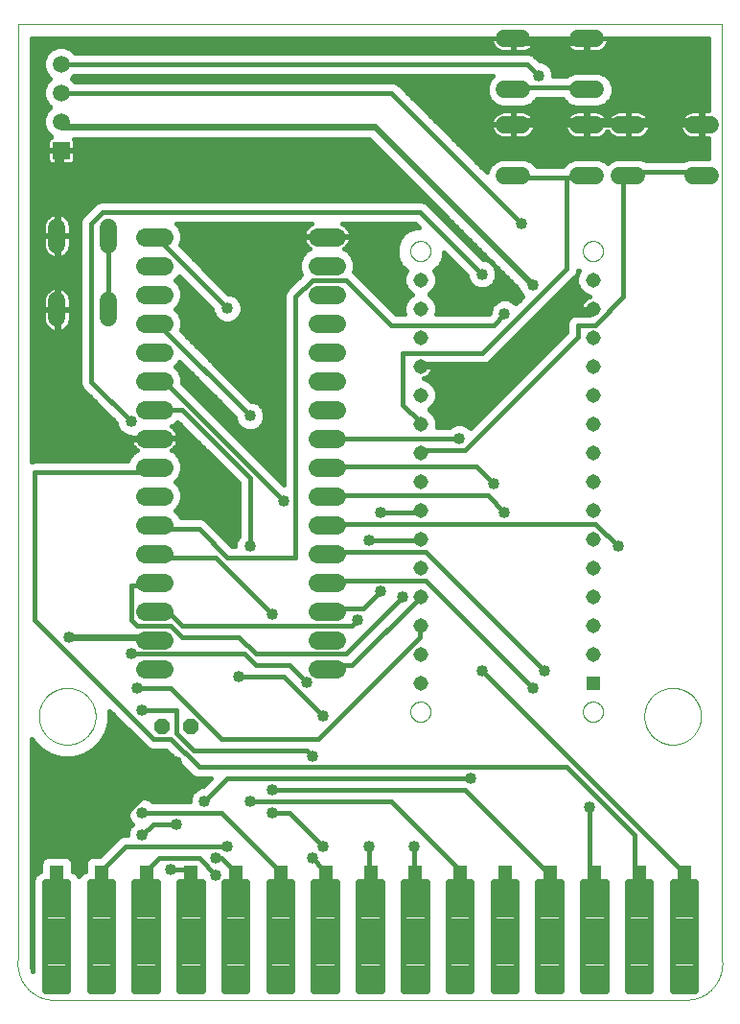
<source format=gtl>
G75*
%MOIN*%
%OFA0B0*%
%FSLAX25Y25*%
%IPPOS*%
%LPD*%
%AMOC8*
5,1,8,0,0,1.08239X$1,22.5*
%
%ADD10C,0.00000*%
%ADD11R,0.05000X0.05000*%
%ADD12C,0.02047*%
%ADD13C,0.06496*%
%ADD14OC8,0.05200*%
%ADD15R,0.05150X0.05150*%
%ADD16C,0.05150*%
%ADD17R,0.05937X0.05937*%
%ADD18C,0.05937*%
%ADD19C,0.06000*%
%ADD20C,0.01600*%
%ADD21C,0.04000*%
%ADD22C,0.02400*%
D10*
X0067595Y0047713D02*
X0067595Y0372634D01*
X0312516Y0372634D01*
X0312516Y0047713D01*
X0312517Y0047713D02*
X0312543Y0047410D01*
X0312563Y0047106D01*
X0312574Y0046802D01*
X0312579Y0046498D01*
X0312576Y0046194D01*
X0312566Y0045889D01*
X0312548Y0045586D01*
X0312524Y0045282D01*
X0312491Y0044980D01*
X0312452Y0044678D01*
X0312405Y0044377D01*
X0312351Y0044078D01*
X0312290Y0043780D01*
X0312221Y0043483D01*
X0312146Y0043189D01*
X0312063Y0042896D01*
X0311973Y0042605D01*
X0311877Y0042317D01*
X0311773Y0042030D01*
X0311663Y0041747D01*
X0311545Y0041466D01*
X0311421Y0041188D01*
X0311290Y0040914D01*
X0311153Y0040642D01*
X0311009Y0040374D01*
X0310859Y0040109D01*
X0310702Y0039849D01*
X0310539Y0039592D01*
X0310370Y0039339D01*
X0310195Y0039090D01*
X0310013Y0038845D01*
X0309826Y0038605D01*
X0309634Y0038370D01*
X0309435Y0038139D01*
X0309231Y0037913D01*
X0309022Y0037692D01*
X0308808Y0037477D01*
X0308588Y0037266D01*
X0308363Y0037061D01*
X0308133Y0036861D01*
X0307899Y0036667D01*
X0307660Y0036479D01*
X0307417Y0036296D01*
X0307169Y0036120D01*
X0306917Y0035949D01*
X0306661Y0035785D01*
X0306401Y0035627D01*
X0306137Y0035475D01*
X0305870Y0035330D01*
X0305599Y0035191D01*
X0305325Y0035058D01*
X0305048Y0034933D01*
X0304768Y0034814D01*
X0304485Y0034702D01*
X0304199Y0034596D01*
X0303911Y0034498D01*
X0303621Y0034407D01*
X0303329Y0034322D01*
X0303034Y0034245D01*
X0302738Y0034175D01*
X0302440Y0034112D01*
X0302141Y0034057D01*
X0301841Y0034008D01*
X0301539Y0033967D01*
X0301237Y0033933D01*
X0078875Y0033933D01*
X0078568Y0033968D01*
X0078262Y0034010D01*
X0077957Y0034059D01*
X0077653Y0034116D01*
X0077351Y0034180D01*
X0077050Y0034252D01*
X0076751Y0034331D01*
X0076455Y0034418D01*
X0076160Y0034512D01*
X0075868Y0034612D01*
X0075578Y0034720D01*
X0075292Y0034836D01*
X0075008Y0034958D01*
X0074727Y0035087D01*
X0074449Y0035223D01*
X0074175Y0035365D01*
X0073905Y0035515D01*
X0073638Y0035671D01*
X0073375Y0035833D01*
X0073116Y0036002D01*
X0072861Y0036177D01*
X0072611Y0036358D01*
X0072365Y0036546D01*
X0072124Y0036739D01*
X0071888Y0036939D01*
X0071657Y0037144D01*
X0071431Y0037354D01*
X0071210Y0037570D01*
X0070994Y0037792D01*
X0070784Y0038018D01*
X0070580Y0038250D01*
X0070381Y0038487D01*
X0070188Y0038729D01*
X0070002Y0038975D01*
X0069821Y0039225D01*
X0069646Y0039480D01*
X0069478Y0039740D01*
X0069316Y0040003D01*
X0069161Y0040270D01*
X0069012Y0040541D01*
X0068870Y0040816D01*
X0068735Y0041094D01*
X0068607Y0041375D01*
X0068485Y0041659D01*
X0068371Y0041946D01*
X0068264Y0042236D01*
X0068164Y0042528D01*
X0068071Y0042823D01*
X0067985Y0043120D01*
X0067907Y0043419D01*
X0067835Y0043720D01*
X0067772Y0044022D01*
X0067716Y0044326D01*
X0067667Y0044631D01*
X0067626Y0044937D01*
X0067592Y0045245D01*
X0067566Y0045553D01*
X0067547Y0045861D01*
X0067536Y0046170D01*
X0067533Y0046479D01*
X0067537Y0046788D01*
X0067549Y0047097D01*
X0067568Y0047405D01*
X0067595Y0047713D01*
X0074937Y0132358D02*
X0074940Y0132600D01*
X0074949Y0132841D01*
X0074964Y0133082D01*
X0074984Y0133323D01*
X0075011Y0133563D01*
X0075044Y0133802D01*
X0075082Y0134041D01*
X0075126Y0134278D01*
X0075176Y0134515D01*
X0075232Y0134750D01*
X0075294Y0134983D01*
X0075361Y0135215D01*
X0075434Y0135446D01*
X0075512Y0135674D01*
X0075597Y0135900D01*
X0075686Y0136125D01*
X0075781Y0136347D01*
X0075882Y0136566D01*
X0075988Y0136784D01*
X0076099Y0136998D01*
X0076216Y0137210D01*
X0076337Y0137418D01*
X0076464Y0137624D01*
X0076596Y0137826D01*
X0076733Y0138026D01*
X0076874Y0138221D01*
X0077020Y0138414D01*
X0077171Y0138602D01*
X0077327Y0138787D01*
X0077487Y0138968D01*
X0077651Y0139145D01*
X0077820Y0139318D01*
X0077993Y0139487D01*
X0078170Y0139651D01*
X0078351Y0139811D01*
X0078536Y0139967D01*
X0078724Y0140118D01*
X0078917Y0140264D01*
X0079112Y0140405D01*
X0079312Y0140542D01*
X0079514Y0140674D01*
X0079720Y0140801D01*
X0079928Y0140922D01*
X0080140Y0141039D01*
X0080354Y0141150D01*
X0080572Y0141256D01*
X0080791Y0141357D01*
X0081013Y0141452D01*
X0081238Y0141541D01*
X0081464Y0141626D01*
X0081692Y0141704D01*
X0081923Y0141777D01*
X0082155Y0141844D01*
X0082388Y0141906D01*
X0082623Y0141962D01*
X0082860Y0142012D01*
X0083097Y0142056D01*
X0083336Y0142094D01*
X0083575Y0142127D01*
X0083815Y0142154D01*
X0084056Y0142174D01*
X0084297Y0142189D01*
X0084538Y0142198D01*
X0084780Y0142201D01*
X0085022Y0142198D01*
X0085263Y0142189D01*
X0085504Y0142174D01*
X0085745Y0142154D01*
X0085985Y0142127D01*
X0086224Y0142094D01*
X0086463Y0142056D01*
X0086700Y0142012D01*
X0086937Y0141962D01*
X0087172Y0141906D01*
X0087405Y0141844D01*
X0087637Y0141777D01*
X0087868Y0141704D01*
X0088096Y0141626D01*
X0088322Y0141541D01*
X0088547Y0141452D01*
X0088769Y0141357D01*
X0088988Y0141256D01*
X0089206Y0141150D01*
X0089420Y0141039D01*
X0089632Y0140922D01*
X0089840Y0140801D01*
X0090046Y0140674D01*
X0090248Y0140542D01*
X0090448Y0140405D01*
X0090643Y0140264D01*
X0090836Y0140118D01*
X0091024Y0139967D01*
X0091209Y0139811D01*
X0091390Y0139651D01*
X0091567Y0139487D01*
X0091740Y0139318D01*
X0091909Y0139145D01*
X0092073Y0138968D01*
X0092233Y0138787D01*
X0092389Y0138602D01*
X0092540Y0138414D01*
X0092686Y0138221D01*
X0092827Y0138026D01*
X0092964Y0137826D01*
X0093096Y0137624D01*
X0093223Y0137418D01*
X0093344Y0137210D01*
X0093461Y0136998D01*
X0093572Y0136784D01*
X0093678Y0136566D01*
X0093779Y0136347D01*
X0093874Y0136125D01*
X0093963Y0135900D01*
X0094048Y0135674D01*
X0094126Y0135446D01*
X0094199Y0135215D01*
X0094266Y0134983D01*
X0094328Y0134750D01*
X0094384Y0134515D01*
X0094434Y0134278D01*
X0094478Y0134041D01*
X0094516Y0133802D01*
X0094549Y0133563D01*
X0094576Y0133323D01*
X0094596Y0133082D01*
X0094611Y0132841D01*
X0094620Y0132600D01*
X0094623Y0132358D01*
X0094620Y0132116D01*
X0094611Y0131875D01*
X0094596Y0131634D01*
X0094576Y0131393D01*
X0094549Y0131153D01*
X0094516Y0130914D01*
X0094478Y0130675D01*
X0094434Y0130438D01*
X0094384Y0130201D01*
X0094328Y0129966D01*
X0094266Y0129733D01*
X0094199Y0129501D01*
X0094126Y0129270D01*
X0094048Y0129042D01*
X0093963Y0128816D01*
X0093874Y0128591D01*
X0093779Y0128369D01*
X0093678Y0128150D01*
X0093572Y0127932D01*
X0093461Y0127718D01*
X0093344Y0127506D01*
X0093223Y0127298D01*
X0093096Y0127092D01*
X0092964Y0126890D01*
X0092827Y0126690D01*
X0092686Y0126495D01*
X0092540Y0126302D01*
X0092389Y0126114D01*
X0092233Y0125929D01*
X0092073Y0125748D01*
X0091909Y0125571D01*
X0091740Y0125398D01*
X0091567Y0125229D01*
X0091390Y0125065D01*
X0091209Y0124905D01*
X0091024Y0124749D01*
X0090836Y0124598D01*
X0090643Y0124452D01*
X0090448Y0124311D01*
X0090248Y0124174D01*
X0090046Y0124042D01*
X0089840Y0123915D01*
X0089632Y0123794D01*
X0089420Y0123677D01*
X0089206Y0123566D01*
X0088988Y0123460D01*
X0088769Y0123359D01*
X0088547Y0123264D01*
X0088322Y0123175D01*
X0088096Y0123090D01*
X0087868Y0123012D01*
X0087637Y0122939D01*
X0087405Y0122872D01*
X0087172Y0122810D01*
X0086937Y0122754D01*
X0086700Y0122704D01*
X0086463Y0122660D01*
X0086224Y0122622D01*
X0085985Y0122589D01*
X0085745Y0122562D01*
X0085504Y0122542D01*
X0085263Y0122527D01*
X0085022Y0122518D01*
X0084780Y0122515D01*
X0084538Y0122518D01*
X0084297Y0122527D01*
X0084056Y0122542D01*
X0083815Y0122562D01*
X0083575Y0122589D01*
X0083336Y0122622D01*
X0083097Y0122660D01*
X0082860Y0122704D01*
X0082623Y0122754D01*
X0082388Y0122810D01*
X0082155Y0122872D01*
X0081923Y0122939D01*
X0081692Y0123012D01*
X0081464Y0123090D01*
X0081238Y0123175D01*
X0081013Y0123264D01*
X0080791Y0123359D01*
X0080572Y0123460D01*
X0080354Y0123566D01*
X0080140Y0123677D01*
X0079928Y0123794D01*
X0079720Y0123915D01*
X0079514Y0124042D01*
X0079312Y0124174D01*
X0079112Y0124311D01*
X0078917Y0124452D01*
X0078724Y0124598D01*
X0078536Y0124749D01*
X0078351Y0124905D01*
X0078170Y0125065D01*
X0077993Y0125229D01*
X0077820Y0125398D01*
X0077651Y0125571D01*
X0077487Y0125748D01*
X0077327Y0125929D01*
X0077171Y0126114D01*
X0077020Y0126302D01*
X0076874Y0126495D01*
X0076733Y0126690D01*
X0076596Y0126890D01*
X0076464Y0127092D01*
X0076337Y0127298D01*
X0076216Y0127506D01*
X0076099Y0127718D01*
X0075988Y0127932D01*
X0075882Y0128150D01*
X0075781Y0128369D01*
X0075686Y0128591D01*
X0075597Y0128816D01*
X0075512Y0129042D01*
X0075434Y0129270D01*
X0075361Y0129501D01*
X0075294Y0129733D01*
X0075232Y0129966D01*
X0075176Y0130201D01*
X0075126Y0130438D01*
X0075082Y0130675D01*
X0075044Y0130914D01*
X0075011Y0131153D01*
X0074984Y0131393D01*
X0074964Y0131634D01*
X0074949Y0131875D01*
X0074940Y0132116D01*
X0074937Y0132358D01*
X0204095Y0133933D02*
X0204097Y0134051D01*
X0204103Y0134169D01*
X0204113Y0134287D01*
X0204127Y0134404D01*
X0204145Y0134521D01*
X0204167Y0134638D01*
X0204192Y0134753D01*
X0204222Y0134867D01*
X0204256Y0134981D01*
X0204293Y0135093D01*
X0204334Y0135204D01*
X0204379Y0135313D01*
X0204427Y0135421D01*
X0204479Y0135527D01*
X0204535Y0135632D01*
X0204594Y0135734D01*
X0204656Y0135834D01*
X0204722Y0135932D01*
X0204791Y0136028D01*
X0204864Y0136122D01*
X0204939Y0136213D01*
X0205018Y0136301D01*
X0205099Y0136387D01*
X0205184Y0136470D01*
X0205271Y0136550D01*
X0205360Y0136627D01*
X0205453Y0136701D01*
X0205547Y0136771D01*
X0205644Y0136839D01*
X0205744Y0136903D01*
X0205845Y0136964D01*
X0205948Y0137021D01*
X0206054Y0137075D01*
X0206161Y0137126D01*
X0206269Y0137172D01*
X0206379Y0137215D01*
X0206491Y0137254D01*
X0206604Y0137290D01*
X0206718Y0137321D01*
X0206833Y0137349D01*
X0206948Y0137373D01*
X0207065Y0137393D01*
X0207182Y0137409D01*
X0207300Y0137421D01*
X0207418Y0137429D01*
X0207536Y0137433D01*
X0207654Y0137433D01*
X0207772Y0137429D01*
X0207890Y0137421D01*
X0208008Y0137409D01*
X0208125Y0137393D01*
X0208242Y0137373D01*
X0208357Y0137349D01*
X0208472Y0137321D01*
X0208586Y0137290D01*
X0208699Y0137254D01*
X0208811Y0137215D01*
X0208921Y0137172D01*
X0209029Y0137126D01*
X0209136Y0137075D01*
X0209242Y0137021D01*
X0209345Y0136964D01*
X0209446Y0136903D01*
X0209546Y0136839D01*
X0209643Y0136771D01*
X0209737Y0136701D01*
X0209830Y0136627D01*
X0209919Y0136550D01*
X0210006Y0136470D01*
X0210091Y0136387D01*
X0210172Y0136301D01*
X0210251Y0136213D01*
X0210326Y0136122D01*
X0210399Y0136028D01*
X0210468Y0135932D01*
X0210534Y0135834D01*
X0210596Y0135734D01*
X0210655Y0135632D01*
X0210711Y0135527D01*
X0210763Y0135421D01*
X0210811Y0135313D01*
X0210856Y0135204D01*
X0210897Y0135093D01*
X0210934Y0134981D01*
X0210968Y0134867D01*
X0210998Y0134753D01*
X0211023Y0134638D01*
X0211045Y0134521D01*
X0211063Y0134404D01*
X0211077Y0134287D01*
X0211087Y0134169D01*
X0211093Y0134051D01*
X0211095Y0133933D01*
X0211093Y0133815D01*
X0211087Y0133697D01*
X0211077Y0133579D01*
X0211063Y0133462D01*
X0211045Y0133345D01*
X0211023Y0133228D01*
X0210998Y0133113D01*
X0210968Y0132999D01*
X0210934Y0132885D01*
X0210897Y0132773D01*
X0210856Y0132662D01*
X0210811Y0132553D01*
X0210763Y0132445D01*
X0210711Y0132339D01*
X0210655Y0132234D01*
X0210596Y0132132D01*
X0210534Y0132032D01*
X0210468Y0131934D01*
X0210399Y0131838D01*
X0210326Y0131744D01*
X0210251Y0131653D01*
X0210172Y0131565D01*
X0210091Y0131479D01*
X0210006Y0131396D01*
X0209919Y0131316D01*
X0209830Y0131239D01*
X0209737Y0131165D01*
X0209643Y0131095D01*
X0209546Y0131027D01*
X0209446Y0130963D01*
X0209345Y0130902D01*
X0209242Y0130845D01*
X0209136Y0130791D01*
X0209029Y0130740D01*
X0208921Y0130694D01*
X0208811Y0130651D01*
X0208699Y0130612D01*
X0208586Y0130576D01*
X0208472Y0130545D01*
X0208357Y0130517D01*
X0208242Y0130493D01*
X0208125Y0130473D01*
X0208008Y0130457D01*
X0207890Y0130445D01*
X0207772Y0130437D01*
X0207654Y0130433D01*
X0207536Y0130433D01*
X0207418Y0130437D01*
X0207300Y0130445D01*
X0207182Y0130457D01*
X0207065Y0130473D01*
X0206948Y0130493D01*
X0206833Y0130517D01*
X0206718Y0130545D01*
X0206604Y0130576D01*
X0206491Y0130612D01*
X0206379Y0130651D01*
X0206269Y0130694D01*
X0206161Y0130740D01*
X0206054Y0130791D01*
X0205948Y0130845D01*
X0205845Y0130902D01*
X0205744Y0130963D01*
X0205644Y0131027D01*
X0205547Y0131095D01*
X0205453Y0131165D01*
X0205360Y0131239D01*
X0205271Y0131316D01*
X0205184Y0131396D01*
X0205099Y0131479D01*
X0205018Y0131565D01*
X0204939Y0131653D01*
X0204864Y0131744D01*
X0204791Y0131838D01*
X0204722Y0131934D01*
X0204656Y0132032D01*
X0204594Y0132132D01*
X0204535Y0132234D01*
X0204479Y0132339D01*
X0204427Y0132445D01*
X0204379Y0132553D01*
X0204334Y0132662D01*
X0204293Y0132773D01*
X0204256Y0132885D01*
X0204222Y0132999D01*
X0204192Y0133113D01*
X0204167Y0133228D01*
X0204145Y0133345D01*
X0204127Y0133462D01*
X0204113Y0133579D01*
X0204103Y0133697D01*
X0204097Y0133815D01*
X0204095Y0133933D01*
X0264095Y0133933D02*
X0264097Y0134051D01*
X0264103Y0134169D01*
X0264113Y0134287D01*
X0264127Y0134404D01*
X0264145Y0134521D01*
X0264167Y0134638D01*
X0264192Y0134753D01*
X0264222Y0134867D01*
X0264256Y0134981D01*
X0264293Y0135093D01*
X0264334Y0135204D01*
X0264379Y0135313D01*
X0264427Y0135421D01*
X0264479Y0135527D01*
X0264535Y0135632D01*
X0264594Y0135734D01*
X0264656Y0135834D01*
X0264722Y0135932D01*
X0264791Y0136028D01*
X0264864Y0136122D01*
X0264939Y0136213D01*
X0265018Y0136301D01*
X0265099Y0136387D01*
X0265184Y0136470D01*
X0265271Y0136550D01*
X0265360Y0136627D01*
X0265453Y0136701D01*
X0265547Y0136771D01*
X0265644Y0136839D01*
X0265744Y0136903D01*
X0265845Y0136964D01*
X0265948Y0137021D01*
X0266054Y0137075D01*
X0266161Y0137126D01*
X0266269Y0137172D01*
X0266379Y0137215D01*
X0266491Y0137254D01*
X0266604Y0137290D01*
X0266718Y0137321D01*
X0266833Y0137349D01*
X0266948Y0137373D01*
X0267065Y0137393D01*
X0267182Y0137409D01*
X0267300Y0137421D01*
X0267418Y0137429D01*
X0267536Y0137433D01*
X0267654Y0137433D01*
X0267772Y0137429D01*
X0267890Y0137421D01*
X0268008Y0137409D01*
X0268125Y0137393D01*
X0268242Y0137373D01*
X0268357Y0137349D01*
X0268472Y0137321D01*
X0268586Y0137290D01*
X0268699Y0137254D01*
X0268811Y0137215D01*
X0268921Y0137172D01*
X0269029Y0137126D01*
X0269136Y0137075D01*
X0269242Y0137021D01*
X0269345Y0136964D01*
X0269446Y0136903D01*
X0269546Y0136839D01*
X0269643Y0136771D01*
X0269737Y0136701D01*
X0269830Y0136627D01*
X0269919Y0136550D01*
X0270006Y0136470D01*
X0270091Y0136387D01*
X0270172Y0136301D01*
X0270251Y0136213D01*
X0270326Y0136122D01*
X0270399Y0136028D01*
X0270468Y0135932D01*
X0270534Y0135834D01*
X0270596Y0135734D01*
X0270655Y0135632D01*
X0270711Y0135527D01*
X0270763Y0135421D01*
X0270811Y0135313D01*
X0270856Y0135204D01*
X0270897Y0135093D01*
X0270934Y0134981D01*
X0270968Y0134867D01*
X0270998Y0134753D01*
X0271023Y0134638D01*
X0271045Y0134521D01*
X0271063Y0134404D01*
X0271077Y0134287D01*
X0271087Y0134169D01*
X0271093Y0134051D01*
X0271095Y0133933D01*
X0271093Y0133815D01*
X0271087Y0133697D01*
X0271077Y0133579D01*
X0271063Y0133462D01*
X0271045Y0133345D01*
X0271023Y0133228D01*
X0270998Y0133113D01*
X0270968Y0132999D01*
X0270934Y0132885D01*
X0270897Y0132773D01*
X0270856Y0132662D01*
X0270811Y0132553D01*
X0270763Y0132445D01*
X0270711Y0132339D01*
X0270655Y0132234D01*
X0270596Y0132132D01*
X0270534Y0132032D01*
X0270468Y0131934D01*
X0270399Y0131838D01*
X0270326Y0131744D01*
X0270251Y0131653D01*
X0270172Y0131565D01*
X0270091Y0131479D01*
X0270006Y0131396D01*
X0269919Y0131316D01*
X0269830Y0131239D01*
X0269737Y0131165D01*
X0269643Y0131095D01*
X0269546Y0131027D01*
X0269446Y0130963D01*
X0269345Y0130902D01*
X0269242Y0130845D01*
X0269136Y0130791D01*
X0269029Y0130740D01*
X0268921Y0130694D01*
X0268811Y0130651D01*
X0268699Y0130612D01*
X0268586Y0130576D01*
X0268472Y0130545D01*
X0268357Y0130517D01*
X0268242Y0130493D01*
X0268125Y0130473D01*
X0268008Y0130457D01*
X0267890Y0130445D01*
X0267772Y0130437D01*
X0267654Y0130433D01*
X0267536Y0130433D01*
X0267418Y0130437D01*
X0267300Y0130445D01*
X0267182Y0130457D01*
X0267065Y0130473D01*
X0266948Y0130493D01*
X0266833Y0130517D01*
X0266718Y0130545D01*
X0266604Y0130576D01*
X0266491Y0130612D01*
X0266379Y0130651D01*
X0266269Y0130694D01*
X0266161Y0130740D01*
X0266054Y0130791D01*
X0265948Y0130845D01*
X0265845Y0130902D01*
X0265744Y0130963D01*
X0265644Y0131027D01*
X0265547Y0131095D01*
X0265453Y0131165D01*
X0265360Y0131239D01*
X0265271Y0131316D01*
X0265184Y0131396D01*
X0265099Y0131479D01*
X0265018Y0131565D01*
X0264939Y0131653D01*
X0264864Y0131744D01*
X0264791Y0131838D01*
X0264722Y0131934D01*
X0264656Y0132032D01*
X0264594Y0132132D01*
X0264535Y0132234D01*
X0264479Y0132339D01*
X0264427Y0132445D01*
X0264379Y0132553D01*
X0264334Y0132662D01*
X0264293Y0132773D01*
X0264256Y0132885D01*
X0264222Y0132999D01*
X0264192Y0133113D01*
X0264167Y0133228D01*
X0264145Y0133345D01*
X0264127Y0133462D01*
X0264113Y0133579D01*
X0264103Y0133697D01*
X0264097Y0133815D01*
X0264095Y0133933D01*
X0285488Y0132358D02*
X0285491Y0132600D01*
X0285500Y0132841D01*
X0285515Y0133082D01*
X0285535Y0133323D01*
X0285562Y0133563D01*
X0285595Y0133802D01*
X0285633Y0134041D01*
X0285677Y0134278D01*
X0285727Y0134515D01*
X0285783Y0134750D01*
X0285845Y0134983D01*
X0285912Y0135215D01*
X0285985Y0135446D01*
X0286063Y0135674D01*
X0286148Y0135900D01*
X0286237Y0136125D01*
X0286332Y0136347D01*
X0286433Y0136566D01*
X0286539Y0136784D01*
X0286650Y0136998D01*
X0286767Y0137210D01*
X0286888Y0137418D01*
X0287015Y0137624D01*
X0287147Y0137826D01*
X0287284Y0138026D01*
X0287425Y0138221D01*
X0287571Y0138414D01*
X0287722Y0138602D01*
X0287878Y0138787D01*
X0288038Y0138968D01*
X0288202Y0139145D01*
X0288371Y0139318D01*
X0288544Y0139487D01*
X0288721Y0139651D01*
X0288902Y0139811D01*
X0289087Y0139967D01*
X0289275Y0140118D01*
X0289468Y0140264D01*
X0289663Y0140405D01*
X0289863Y0140542D01*
X0290065Y0140674D01*
X0290271Y0140801D01*
X0290479Y0140922D01*
X0290691Y0141039D01*
X0290905Y0141150D01*
X0291123Y0141256D01*
X0291342Y0141357D01*
X0291564Y0141452D01*
X0291789Y0141541D01*
X0292015Y0141626D01*
X0292243Y0141704D01*
X0292474Y0141777D01*
X0292706Y0141844D01*
X0292939Y0141906D01*
X0293174Y0141962D01*
X0293411Y0142012D01*
X0293648Y0142056D01*
X0293887Y0142094D01*
X0294126Y0142127D01*
X0294366Y0142154D01*
X0294607Y0142174D01*
X0294848Y0142189D01*
X0295089Y0142198D01*
X0295331Y0142201D01*
X0295573Y0142198D01*
X0295814Y0142189D01*
X0296055Y0142174D01*
X0296296Y0142154D01*
X0296536Y0142127D01*
X0296775Y0142094D01*
X0297014Y0142056D01*
X0297251Y0142012D01*
X0297488Y0141962D01*
X0297723Y0141906D01*
X0297956Y0141844D01*
X0298188Y0141777D01*
X0298419Y0141704D01*
X0298647Y0141626D01*
X0298873Y0141541D01*
X0299098Y0141452D01*
X0299320Y0141357D01*
X0299539Y0141256D01*
X0299757Y0141150D01*
X0299971Y0141039D01*
X0300183Y0140922D01*
X0300391Y0140801D01*
X0300597Y0140674D01*
X0300799Y0140542D01*
X0300999Y0140405D01*
X0301194Y0140264D01*
X0301387Y0140118D01*
X0301575Y0139967D01*
X0301760Y0139811D01*
X0301941Y0139651D01*
X0302118Y0139487D01*
X0302291Y0139318D01*
X0302460Y0139145D01*
X0302624Y0138968D01*
X0302784Y0138787D01*
X0302940Y0138602D01*
X0303091Y0138414D01*
X0303237Y0138221D01*
X0303378Y0138026D01*
X0303515Y0137826D01*
X0303647Y0137624D01*
X0303774Y0137418D01*
X0303895Y0137210D01*
X0304012Y0136998D01*
X0304123Y0136784D01*
X0304229Y0136566D01*
X0304330Y0136347D01*
X0304425Y0136125D01*
X0304514Y0135900D01*
X0304599Y0135674D01*
X0304677Y0135446D01*
X0304750Y0135215D01*
X0304817Y0134983D01*
X0304879Y0134750D01*
X0304935Y0134515D01*
X0304985Y0134278D01*
X0305029Y0134041D01*
X0305067Y0133802D01*
X0305100Y0133563D01*
X0305127Y0133323D01*
X0305147Y0133082D01*
X0305162Y0132841D01*
X0305171Y0132600D01*
X0305174Y0132358D01*
X0305171Y0132116D01*
X0305162Y0131875D01*
X0305147Y0131634D01*
X0305127Y0131393D01*
X0305100Y0131153D01*
X0305067Y0130914D01*
X0305029Y0130675D01*
X0304985Y0130438D01*
X0304935Y0130201D01*
X0304879Y0129966D01*
X0304817Y0129733D01*
X0304750Y0129501D01*
X0304677Y0129270D01*
X0304599Y0129042D01*
X0304514Y0128816D01*
X0304425Y0128591D01*
X0304330Y0128369D01*
X0304229Y0128150D01*
X0304123Y0127932D01*
X0304012Y0127718D01*
X0303895Y0127506D01*
X0303774Y0127298D01*
X0303647Y0127092D01*
X0303515Y0126890D01*
X0303378Y0126690D01*
X0303237Y0126495D01*
X0303091Y0126302D01*
X0302940Y0126114D01*
X0302784Y0125929D01*
X0302624Y0125748D01*
X0302460Y0125571D01*
X0302291Y0125398D01*
X0302118Y0125229D01*
X0301941Y0125065D01*
X0301760Y0124905D01*
X0301575Y0124749D01*
X0301387Y0124598D01*
X0301194Y0124452D01*
X0300999Y0124311D01*
X0300799Y0124174D01*
X0300597Y0124042D01*
X0300391Y0123915D01*
X0300183Y0123794D01*
X0299971Y0123677D01*
X0299757Y0123566D01*
X0299539Y0123460D01*
X0299320Y0123359D01*
X0299098Y0123264D01*
X0298873Y0123175D01*
X0298647Y0123090D01*
X0298419Y0123012D01*
X0298188Y0122939D01*
X0297956Y0122872D01*
X0297723Y0122810D01*
X0297488Y0122754D01*
X0297251Y0122704D01*
X0297014Y0122660D01*
X0296775Y0122622D01*
X0296536Y0122589D01*
X0296296Y0122562D01*
X0296055Y0122542D01*
X0295814Y0122527D01*
X0295573Y0122518D01*
X0295331Y0122515D01*
X0295089Y0122518D01*
X0294848Y0122527D01*
X0294607Y0122542D01*
X0294366Y0122562D01*
X0294126Y0122589D01*
X0293887Y0122622D01*
X0293648Y0122660D01*
X0293411Y0122704D01*
X0293174Y0122754D01*
X0292939Y0122810D01*
X0292706Y0122872D01*
X0292474Y0122939D01*
X0292243Y0123012D01*
X0292015Y0123090D01*
X0291789Y0123175D01*
X0291564Y0123264D01*
X0291342Y0123359D01*
X0291123Y0123460D01*
X0290905Y0123566D01*
X0290691Y0123677D01*
X0290479Y0123794D01*
X0290271Y0123915D01*
X0290065Y0124042D01*
X0289863Y0124174D01*
X0289663Y0124311D01*
X0289468Y0124452D01*
X0289275Y0124598D01*
X0289087Y0124749D01*
X0288902Y0124905D01*
X0288721Y0125065D01*
X0288544Y0125229D01*
X0288371Y0125398D01*
X0288202Y0125571D01*
X0288038Y0125748D01*
X0287878Y0125929D01*
X0287722Y0126114D01*
X0287571Y0126302D01*
X0287425Y0126495D01*
X0287284Y0126690D01*
X0287147Y0126890D01*
X0287015Y0127092D01*
X0286888Y0127298D01*
X0286767Y0127506D01*
X0286650Y0127718D01*
X0286539Y0127932D01*
X0286433Y0128150D01*
X0286332Y0128369D01*
X0286237Y0128591D01*
X0286148Y0128816D01*
X0286063Y0129042D01*
X0285985Y0129270D01*
X0285912Y0129501D01*
X0285845Y0129733D01*
X0285783Y0129966D01*
X0285727Y0130201D01*
X0285677Y0130438D01*
X0285633Y0130675D01*
X0285595Y0130914D01*
X0285562Y0131153D01*
X0285535Y0131393D01*
X0285515Y0131634D01*
X0285500Y0131875D01*
X0285491Y0132116D01*
X0285488Y0132358D01*
X0264095Y0293933D02*
X0264097Y0294051D01*
X0264103Y0294169D01*
X0264113Y0294287D01*
X0264127Y0294404D01*
X0264145Y0294521D01*
X0264167Y0294638D01*
X0264192Y0294753D01*
X0264222Y0294867D01*
X0264256Y0294981D01*
X0264293Y0295093D01*
X0264334Y0295204D01*
X0264379Y0295313D01*
X0264427Y0295421D01*
X0264479Y0295527D01*
X0264535Y0295632D01*
X0264594Y0295734D01*
X0264656Y0295834D01*
X0264722Y0295932D01*
X0264791Y0296028D01*
X0264864Y0296122D01*
X0264939Y0296213D01*
X0265018Y0296301D01*
X0265099Y0296387D01*
X0265184Y0296470D01*
X0265271Y0296550D01*
X0265360Y0296627D01*
X0265453Y0296701D01*
X0265547Y0296771D01*
X0265644Y0296839D01*
X0265744Y0296903D01*
X0265845Y0296964D01*
X0265948Y0297021D01*
X0266054Y0297075D01*
X0266161Y0297126D01*
X0266269Y0297172D01*
X0266379Y0297215D01*
X0266491Y0297254D01*
X0266604Y0297290D01*
X0266718Y0297321D01*
X0266833Y0297349D01*
X0266948Y0297373D01*
X0267065Y0297393D01*
X0267182Y0297409D01*
X0267300Y0297421D01*
X0267418Y0297429D01*
X0267536Y0297433D01*
X0267654Y0297433D01*
X0267772Y0297429D01*
X0267890Y0297421D01*
X0268008Y0297409D01*
X0268125Y0297393D01*
X0268242Y0297373D01*
X0268357Y0297349D01*
X0268472Y0297321D01*
X0268586Y0297290D01*
X0268699Y0297254D01*
X0268811Y0297215D01*
X0268921Y0297172D01*
X0269029Y0297126D01*
X0269136Y0297075D01*
X0269242Y0297021D01*
X0269345Y0296964D01*
X0269446Y0296903D01*
X0269546Y0296839D01*
X0269643Y0296771D01*
X0269737Y0296701D01*
X0269830Y0296627D01*
X0269919Y0296550D01*
X0270006Y0296470D01*
X0270091Y0296387D01*
X0270172Y0296301D01*
X0270251Y0296213D01*
X0270326Y0296122D01*
X0270399Y0296028D01*
X0270468Y0295932D01*
X0270534Y0295834D01*
X0270596Y0295734D01*
X0270655Y0295632D01*
X0270711Y0295527D01*
X0270763Y0295421D01*
X0270811Y0295313D01*
X0270856Y0295204D01*
X0270897Y0295093D01*
X0270934Y0294981D01*
X0270968Y0294867D01*
X0270998Y0294753D01*
X0271023Y0294638D01*
X0271045Y0294521D01*
X0271063Y0294404D01*
X0271077Y0294287D01*
X0271087Y0294169D01*
X0271093Y0294051D01*
X0271095Y0293933D01*
X0271093Y0293815D01*
X0271087Y0293697D01*
X0271077Y0293579D01*
X0271063Y0293462D01*
X0271045Y0293345D01*
X0271023Y0293228D01*
X0270998Y0293113D01*
X0270968Y0292999D01*
X0270934Y0292885D01*
X0270897Y0292773D01*
X0270856Y0292662D01*
X0270811Y0292553D01*
X0270763Y0292445D01*
X0270711Y0292339D01*
X0270655Y0292234D01*
X0270596Y0292132D01*
X0270534Y0292032D01*
X0270468Y0291934D01*
X0270399Y0291838D01*
X0270326Y0291744D01*
X0270251Y0291653D01*
X0270172Y0291565D01*
X0270091Y0291479D01*
X0270006Y0291396D01*
X0269919Y0291316D01*
X0269830Y0291239D01*
X0269737Y0291165D01*
X0269643Y0291095D01*
X0269546Y0291027D01*
X0269446Y0290963D01*
X0269345Y0290902D01*
X0269242Y0290845D01*
X0269136Y0290791D01*
X0269029Y0290740D01*
X0268921Y0290694D01*
X0268811Y0290651D01*
X0268699Y0290612D01*
X0268586Y0290576D01*
X0268472Y0290545D01*
X0268357Y0290517D01*
X0268242Y0290493D01*
X0268125Y0290473D01*
X0268008Y0290457D01*
X0267890Y0290445D01*
X0267772Y0290437D01*
X0267654Y0290433D01*
X0267536Y0290433D01*
X0267418Y0290437D01*
X0267300Y0290445D01*
X0267182Y0290457D01*
X0267065Y0290473D01*
X0266948Y0290493D01*
X0266833Y0290517D01*
X0266718Y0290545D01*
X0266604Y0290576D01*
X0266491Y0290612D01*
X0266379Y0290651D01*
X0266269Y0290694D01*
X0266161Y0290740D01*
X0266054Y0290791D01*
X0265948Y0290845D01*
X0265845Y0290902D01*
X0265744Y0290963D01*
X0265644Y0291027D01*
X0265547Y0291095D01*
X0265453Y0291165D01*
X0265360Y0291239D01*
X0265271Y0291316D01*
X0265184Y0291396D01*
X0265099Y0291479D01*
X0265018Y0291565D01*
X0264939Y0291653D01*
X0264864Y0291744D01*
X0264791Y0291838D01*
X0264722Y0291934D01*
X0264656Y0292032D01*
X0264594Y0292132D01*
X0264535Y0292234D01*
X0264479Y0292339D01*
X0264427Y0292445D01*
X0264379Y0292553D01*
X0264334Y0292662D01*
X0264293Y0292773D01*
X0264256Y0292885D01*
X0264222Y0292999D01*
X0264192Y0293113D01*
X0264167Y0293228D01*
X0264145Y0293345D01*
X0264127Y0293462D01*
X0264113Y0293579D01*
X0264103Y0293697D01*
X0264097Y0293815D01*
X0264095Y0293933D01*
X0204095Y0293933D02*
X0204097Y0294051D01*
X0204103Y0294169D01*
X0204113Y0294287D01*
X0204127Y0294404D01*
X0204145Y0294521D01*
X0204167Y0294638D01*
X0204192Y0294753D01*
X0204222Y0294867D01*
X0204256Y0294981D01*
X0204293Y0295093D01*
X0204334Y0295204D01*
X0204379Y0295313D01*
X0204427Y0295421D01*
X0204479Y0295527D01*
X0204535Y0295632D01*
X0204594Y0295734D01*
X0204656Y0295834D01*
X0204722Y0295932D01*
X0204791Y0296028D01*
X0204864Y0296122D01*
X0204939Y0296213D01*
X0205018Y0296301D01*
X0205099Y0296387D01*
X0205184Y0296470D01*
X0205271Y0296550D01*
X0205360Y0296627D01*
X0205453Y0296701D01*
X0205547Y0296771D01*
X0205644Y0296839D01*
X0205744Y0296903D01*
X0205845Y0296964D01*
X0205948Y0297021D01*
X0206054Y0297075D01*
X0206161Y0297126D01*
X0206269Y0297172D01*
X0206379Y0297215D01*
X0206491Y0297254D01*
X0206604Y0297290D01*
X0206718Y0297321D01*
X0206833Y0297349D01*
X0206948Y0297373D01*
X0207065Y0297393D01*
X0207182Y0297409D01*
X0207300Y0297421D01*
X0207418Y0297429D01*
X0207536Y0297433D01*
X0207654Y0297433D01*
X0207772Y0297429D01*
X0207890Y0297421D01*
X0208008Y0297409D01*
X0208125Y0297393D01*
X0208242Y0297373D01*
X0208357Y0297349D01*
X0208472Y0297321D01*
X0208586Y0297290D01*
X0208699Y0297254D01*
X0208811Y0297215D01*
X0208921Y0297172D01*
X0209029Y0297126D01*
X0209136Y0297075D01*
X0209242Y0297021D01*
X0209345Y0296964D01*
X0209446Y0296903D01*
X0209546Y0296839D01*
X0209643Y0296771D01*
X0209737Y0296701D01*
X0209830Y0296627D01*
X0209919Y0296550D01*
X0210006Y0296470D01*
X0210091Y0296387D01*
X0210172Y0296301D01*
X0210251Y0296213D01*
X0210326Y0296122D01*
X0210399Y0296028D01*
X0210468Y0295932D01*
X0210534Y0295834D01*
X0210596Y0295734D01*
X0210655Y0295632D01*
X0210711Y0295527D01*
X0210763Y0295421D01*
X0210811Y0295313D01*
X0210856Y0295204D01*
X0210897Y0295093D01*
X0210934Y0294981D01*
X0210968Y0294867D01*
X0210998Y0294753D01*
X0211023Y0294638D01*
X0211045Y0294521D01*
X0211063Y0294404D01*
X0211077Y0294287D01*
X0211087Y0294169D01*
X0211093Y0294051D01*
X0211095Y0293933D01*
X0211093Y0293815D01*
X0211087Y0293697D01*
X0211077Y0293579D01*
X0211063Y0293462D01*
X0211045Y0293345D01*
X0211023Y0293228D01*
X0210998Y0293113D01*
X0210968Y0292999D01*
X0210934Y0292885D01*
X0210897Y0292773D01*
X0210856Y0292662D01*
X0210811Y0292553D01*
X0210763Y0292445D01*
X0210711Y0292339D01*
X0210655Y0292234D01*
X0210596Y0292132D01*
X0210534Y0292032D01*
X0210468Y0291934D01*
X0210399Y0291838D01*
X0210326Y0291744D01*
X0210251Y0291653D01*
X0210172Y0291565D01*
X0210091Y0291479D01*
X0210006Y0291396D01*
X0209919Y0291316D01*
X0209830Y0291239D01*
X0209737Y0291165D01*
X0209643Y0291095D01*
X0209546Y0291027D01*
X0209446Y0290963D01*
X0209345Y0290902D01*
X0209242Y0290845D01*
X0209136Y0290791D01*
X0209029Y0290740D01*
X0208921Y0290694D01*
X0208811Y0290651D01*
X0208699Y0290612D01*
X0208586Y0290576D01*
X0208472Y0290545D01*
X0208357Y0290517D01*
X0208242Y0290493D01*
X0208125Y0290473D01*
X0208008Y0290457D01*
X0207890Y0290445D01*
X0207772Y0290437D01*
X0207654Y0290433D01*
X0207536Y0290433D01*
X0207418Y0290437D01*
X0207300Y0290445D01*
X0207182Y0290457D01*
X0207065Y0290473D01*
X0206948Y0290493D01*
X0206833Y0290517D01*
X0206718Y0290545D01*
X0206604Y0290576D01*
X0206491Y0290612D01*
X0206379Y0290651D01*
X0206269Y0290694D01*
X0206161Y0290740D01*
X0206054Y0290791D01*
X0205948Y0290845D01*
X0205845Y0290902D01*
X0205744Y0290963D01*
X0205644Y0291027D01*
X0205547Y0291095D01*
X0205453Y0291165D01*
X0205360Y0291239D01*
X0205271Y0291316D01*
X0205184Y0291396D01*
X0205099Y0291479D01*
X0205018Y0291565D01*
X0204939Y0291653D01*
X0204864Y0291744D01*
X0204791Y0291838D01*
X0204722Y0291934D01*
X0204656Y0292032D01*
X0204594Y0292132D01*
X0204535Y0292234D01*
X0204479Y0292339D01*
X0204427Y0292445D01*
X0204379Y0292553D01*
X0204334Y0292662D01*
X0204293Y0292773D01*
X0204256Y0292885D01*
X0204222Y0292999D01*
X0204192Y0293113D01*
X0204167Y0293228D01*
X0204145Y0293345D01*
X0204127Y0293462D01*
X0204113Y0293579D01*
X0204103Y0293697D01*
X0204097Y0293815D01*
X0204095Y0293933D01*
D11*
X0205833Y0078211D03*
X0205833Y0078211D03*
X0205833Y0078211D03*
X0190243Y0078211D03*
X0190243Y0078211D03*
X0190243Y0078211D03*
X0174652Y0078211D03*
X0174652Y0078211D03*
X0174652Y0078211D03*
X0159061Y0078211D03*
X0159061Y0078211D03*
X0159061Y0078211D03*
X0143471Y0078211D03*
X0143471Y0078211D03*
X0143471Y0078211D03*
X0127880Y0078211D03*
X0127880Y0078211D03*
X0127880Y0078211D03*
X0112290Y0078211D03*
X0112290Y0078211D03*
X0112290Y0078211D03*
X0096699Y0078211D03*
X0096699Y0078211D03*
X0096699Y0078211D03*
X0081109Y0078211D03*
X0081109Y0078211D03*
X0081109Y0078211D03*
X0221424Y0078211D03*
X0221424Y0078211D03*
X0221424Y0078211D03*
X0237014Y0078211D03*
X0237014Y0078211D03*
X0237014Y0078211D03*
X0252605Y0078211D03*
X0252605Y0078211D03*
X0252605Y0078211D03*
X0268195Y0078211D03*
X0268195Y0078211D03*
X0268195Y0078211D03*
X0283786Y0078211D03*
X0283786Y0078211D03*
X0283786Y0078211D03*
X0299376Y0078211D03*
X0299376Y0078211D03*
X0299376Y0078211D03*
D12*
X0295281Y0074688D02*
X0295281Y0036734D01*
X0295281Y0074688D02*
X0303471Y0074688D01*
X0303471Y0036734D01*
X0295281Y0036734D01*
X0295281Y0038780D02*
X0303471Y0038780D01*
X0303471Y0040826D02*
X0295281Y0040826D01*
X0295281Y0042872D02*
X0303471Y0042872D01*
X0303471Y0044918D02*
X0295281Y0044918D01*
X0295281Y0046964D02*
X0303471Y0046964D01*
X0303471Y0049010D02*
X0295281Y0049010D01*
X0295281Y0051056D02*
X0303471Y0051056D01*
X0303471Y0053102D02*
X0295281Y0053102D01*
X0295281Y0055148D02*
X0303471Y0055148D01*
X0303471Y0057194D02*
X0295281Y0057194D01*
X0295281Y0059240D02*
X0303471Y0059240D01*
X0303471Y0061286D02*
X0295281Y0061286D01*
X0295281Y0063332D02*
X0303471Y0063332D01*
X0303471Y0065378D02*
X0295281Y0065378D01*
X0295281Y0067424D02*
X0303471Y0067424D01*
X0303471Y0069470D02*
X0295281Y0069470D01*
X0295281Y0071516D02*
X0303471Y0071516D01*
X0303471Y0073562D02*
X0295281Y0073562D01*
X0295281Y0074688D02*
X0295281Y0036734D01*
X0295281Y0074688D02*
X0303471Y0074688D01*
X0303471Y0036734D01*
X0295281Y0036734D01*
X0295281Y0038780D02*
X0303471Y0038780D01*
X0303471Y0040826D02*
X0295281Y0040826D01*
X0295281Y0042872D02*
X0303471Y0042872D01*
X0303471Y0044918D02*
X0295281Y0044918D01*
X0295281Y0046964D02*
X0303471Y0046964D01*
X0303471Y0049010D02*
X0295281Y0049010D01*
X0295281Y0051056D02*
X0303471Y0051056D01*
X0303471Y0053102D02*
X0295281Y0053102D01*
X0295281Y0055148D02*
X0303471Y0055148D01*
X0303471Y0057194D02*
X0295281Y0057194D01*
X0295281Y0059240D02*
X0303471Y0059240D01*
X0303471Y0061286D02*
X0295281Y0061286D01*
X0295281Y0063332D02*
X0303471Y0063332D01*
X0303471Y0065378D02*
X0295281Y0065378D01*
X0295281Y0067424D02*
X0303471Y0067424D01*
X0303471Y0069470D02*
X0295281Y0069470D01*
X0295281Y0071516D02*
X0303471Y0071516D01*
X0303471Y0073562D02*
X0295281Y0073562D01*
X0295281Y0074688D02*
X0295281Y0036734D01*
X0295281Y0074688D02*
X0303471Y0074688D01*
X0303471Y0036734D01*
X0295281Y0036734D01*
X0295281Y0038780D02*
X0303471Y0038780D01*
X0303471Y0040826D02*
X0295281Y0040826D01*
X0295281Y0042872D02*
X0303471Y0042872D01*
X0303471Y0044918D02*
X0295281Y0044918D01*
X0295281Y0046964D02*
X0303471Y0046964D01*
X0303471Y0049010D02*
X0295281Y0049010D01*
X0295281Y0051056D02*
X0303471Y0051056D01*
X0303471Y0053102D02*
X0295281Y0053102D01*
X0295281Y0055148D02*
X0303471Y0055148D01*
X0303471Y0057194D02*
X0295281Y0057194D01*
X0295281Y0059240D02*
X0303471Y0059240D01*
X0303471Y0061286D02*
X0295281Y0061286D01*
X0295281Y0063332D02*
X0303471Y0063332D01*
X0303471Y0065378D02*
X0295281Y0065378D01*
X0295281Y0067424D02*
X0303471Y0067424D01*
X0303471Y0069470D02*
X0295281Y0069470D01*
X0295281Y0071516D02*
X0303471Y0071516D01*
X0303471Y0073562D02*
X0295281Y0073562D01*
X0279691Y0074688D02*
X0279691Y0036734D01*
X0279691Y0074688D02*
X0287881Y0074688D01*
X0287881Y0036734D01*
X0279691Y0036734D01*
X0279691Y0038780D02*
X0287881Y0038780D01*
X0287881Y0040826D02*
X0279691Y0040826D01*
X0279691Y0042872D02*
X0287881Y0042872D01*
X0287881Y0044918D02*
X0279691Y0044918D01*
X0279691Y0046964D02*
X0287881Y0046964D01*
X0287881Y0049010D02*
X0279691Y0049010D01*
X0279691Y0051056D02*
X0287881Y0051056D01*
X0287881Y0053102D02*
X0279691Y0053102D01*
X0279691Y0055148D02*
X0287881Y0055148D01*
X0287881Y0057194D02*
X0279691Y0057194D01*
X0279691Y0059240D02*
X0287881Y0059240D01*
X0287881Y0061286D02*
X0279691Y0061286D01*
X0279691Y0063332D02*
X0287881Y0063332D01*
X0287881Y0065378D02*
X0279691Y0065378D01*
X0279691Y0067424D02*
X0287881Y0067424D01*
X0287881Y0069470D02*
X0279691Y0069470D01*
X0279691Y0071516D02*
X0287881Y0071516D01*
X0287881Y0073562D02*
X0279691Y0073562D01*
X0279691Y0074688D02*
X0279691Y0036734D01*
X0279691Y0074688D02*
X0287881Y0074688D01*
X0287881Y0036734D01*
X0279691Y0036734D01*
X0279691Y0038780D02*
X0287881Y0038780D01*
X0287881Y0040826D02*
X0279691Y0040826D01*
X0279691Y0042872D02*
X0287881Y0042872D01*
X0287881Y0044918D02*
X0279691Y0044918D01*
X0279691Y0046964D02*
X0287881Y0046964D01*
X0287881Y0049010D02*
X0279691Y0049010D01*
X0279691Y0051056D02*
X0287881Y0051056D01*
X0287881Y0053102D02*
X0279691Y0053102D01*
X0279691Y0055148D02*
X0287881Y0055148D01*
X0287881Y0057194D02*
X0279691Y0057194D01*
X0279691Y0059240D02*
X0287881Y0059240D01*
X0287881Y0061286D02*
X0279691Y0061286D01*
X0279691Y0063332D02*
X0287881Y0063332D01*
X0287881Y0065378D02*
X0279691Y0065378D01*
X0279691Y0067424D02*
X0287881Y0067424D01*
X0287881Y0069470D02*
X0279691Y0069470D01*
X0279691Y0071516D02*
X0287881Y0071516D01*
X0287881Y0073562D02*
X0279691Y0073562D01*
X0279691Y0074688D02*
X0279691Y0036734D01*
X0279691Y0074688D02*
X0287881Y0074688D01*
X0287881Y0036734D01*
X0279691Y0036734D01*
X0279691Y0038780D02*
X0287881Y0038780D01*
X0287881Y0040826D02*
X0279691Y0040826D01*
X0279691Y0042872D02*
X0287881Y0042872D01*
X0287881Y0044918D02*
X0279691Y0044918D01*
X0279691Y0046964D02*
X0287881Y0046964D01*
X0287881Y0049010D02*
X0279691Y0049010D01*
X0279691Y0051056D02*
X0287881Y0051056D01*
X0287881Y0053102D02*
X0279691Y0053102D01*
X0279691Y0055148D02*
X0287881Y0055148D01*
X0287881Y0057194D02*
X0279691Y0057194D01*
X0279691Y0059240D02*
X0287881Y0059240D01*
X0287881Y0061286D02*
X0279691Y0061286D01*
X0279691Y0063332D02*
X0287881Y0063332D01*
X0287881Y0065378D02*
X0279691Y0065378D01*
X0279691Y0067424D02*
X0287881Y0067424D01*
X0287881Y0069470D02*
X0279691Y0069470D01*
X0279691Y0071516D02*
X0287881Y0071516D01*
X0287881Y0073562D02*
X0279691Y0073562D01*
X0264100Y0074688D02*
X0264100Y0036734D01*
X0264100Y0074688D02*
X0272290Y0074688D01*
X0272290Y0036734D01*
X0264100Y0036734D01*
X0264100Y0038780D02*
X0272290Y0038780D01*
X0272290Y0040826D02*
X0264100Y0040826D01*
X0264100Y0042872D02*
X0272290Y0042872D01*
X0272290Y0044918D02*
X0264100Y0044918D01*
X0264100Y0046964D02*
X0272290Y0046964D01*
X0272290Y0049010D02*
X0264100Y0049010D01*
X0264100Y0051056D02*
X0272290Y0051056D01*
X0272290Y0053102D02*
X0264100Y0053102D01*
X0264100Y0055148D02*
X0272290Y0055148D01*
X0272290Y0057194D02*
X0264100Y0057194D01*
X0264100Y0059240D02*
X0272290Y0059240D01*
X0272290Y0061286D02*
X0264100Y0061286D01*
X0264100Y0063332D02*
X0272290Y0063332D01*
X0272290Y0065378D02*
X0264100Y0065378D01*
X0264100Y0067424D02*
X0272290Y0067424D01*
X0272290Y0069470D02*
X0264100Y0069470D01*
X0264100Y0071516D02*
X0272290Y0071516D01*
X0272290Y0073562D02*
X0264100Y0073562D01*
X0264100Y0074688D02*
X0264100Y0036734D01*
X0264100Y0074688D02*
X0272290Y0074688D01*
X0272290Y0036734D01*
X0264100Y0036734D01*
X0264100Y0038780D02*
X0272290Y0038780D01*
X0272290Y0040826D02*
X0264100Y0040826D01*
X0264100Y0042872D02*
X0272290Y0042872D01*
X0272290Y0044918D02*
X0264100Y0044918D01*
X0264100Y0046964D02*
X0272290Y0046964D01*
X0272290Y0049010D02*
X0264100Y0049010D01*
X0264100Y0051056D02*
X0272290Y0051056D01*
X0272290Y0053102D02*
X0264100Y0053102D01*
X0264100Y0055148D02*
X0272290Y0055148D01*
X0272290Y0057194D02*
X0264100Y0057194D01*
X0264100Y0059240D02*
X0272290Y0059240D01*
X0272290Y0061286D02*
X0264100Y0061286D01*
X0264100Y0063332D02*
X0272290Y0063332D01*
X0272290Y0065378D02*
X0264100Y0065378D01*
X0264100Y0067424D02*
X0272290Y0067424D01*
X0272290Y0069470D02*
X0264100Y0069470D01*
X0264100Y0071516D02*
X0272290Y0071516D01*
X0272290Y0073562D02*
X0264100Y0073562D01*
X0264100Y0074688D02*
X0264100Y0036734D01*
X0264100Y0074688D02*
X0272290Y0074688D01*
X0272290Y0036734D01*
X0264100Y0036734D01*
X0264100Y0038780D02*
X0272290Y0038780D01*
X0272290Y0040826D02*
X0264100Y0040826D01*
X0264100Y0042872D02*
X0272290Y0042872D01*
X0272290Y0044918D02*
X0264100Y0044918D01*
X0264100Y0046964D02*
X0272290Y0046964D01*
X0272290Y0049010D02*
X0264100Y0049010D01*
X0264100Y0051056D02*
X0272290Y0051056D01*
X0272290Y0053102D02*
X0264100Y0053102D01*
X0264100Y0055148D02*
X0272290Y0055148D01*
X0272290Y0057194D02*
X0264100Y0057194D01*
X0264100Y0059240D02*
X0272290Y0059240D01*
X0272290Y0061286D02*
X0264100Y0061286D01*
X0264100Y0063332D02*
X0272290Y0063332D01*
X0272290Y0065378D02*
X0264100Y0065378D01*
X0264100Y0067424D02*
X0272290Y0067424D01*
X0272290Y0069470D02*
X0264100Y0069470D01*
X0264100Y0071516D02*
X0272290Y0071516D01*
X0272290Y0073562D02*
X0264100Y0073562D01*
X0248510Y0074688D02*
X0248510Y0036734D01*
X0248510Y0074688D02*
X0256700Y0074688D01*
X0256700Y0036734D01*
X0248510Y0036734D01*
X0248510Y0038780D02*
X0256700Y0038780D01*
X0256700Y0040826D02*
X0248510Y0040826D01*
X0248510Y0042872D02*
X0256700Y0042872D01*
X0256700Y0044918D02*
X0248510Y0044918D01*
X0248510Y0046964D02*
X0256700Y0046964D01*
X0256700Y0049010D02*
X0248510Y0049010D01*
X0248510Y0051056D02*
X0256700Y0051056D01*
X0256700Y0053102D02*
X0248510Y0053102D01*
X0248510Y0055148D02*
X0256700Y0055148D01*
X0256700Y0057194D02*
X0248510Y0057194D01*
X0248510Y0059240D02*
X0256700Y0059240D01*
X0256700Y0061286D02*
X0248510Y0061286D01*
X0248510Y0063332D02*
X0256700Y0063332D01*
X0256700Y0065378D02*
X0248510Y0065378D01*
X0248510Y0067424D02*
X0256700Y0067424D01*
X0256700Y0069470D02*
X0248510Y0069470D01*
X0248510Y0071516D02*
X0256700Y0071516D01*
X0256700Y0073562D02*
X0248510Y0073562D01*
X0248510Y0074688D02*
X0248510Y0036734D01*
X0248510Y0074688D02*
X0256700Y0074688D01*
X0256700Y0036734D01*
X0248510Y0036734D01*
X0248510Y0038780D02*
X0256700Y0038780D01*
X0256700Y0040826D02*
X0248510Y0040826D01*
X0248510Y0042872D02*
X0256700Y0042872D01*
X0256700Y0044918D02*
X0248510Y0044918D01*
X0248510Y0046964D02*
X0256700Y0046964D01*
X0256700Y0049010D02*
X0248510Y0049010D01*
X0248510Y0051056D02*
X0256700Y0051056D01*
X0256700Y0053102D02*
X0248510Y0053102D01*
X0248510Y0055148D02*
X0256700Y0055148D01*
X0256700Y0057194D02*
X0248510Y0057194D01*
X0248510Y0059240D02*
X0256700Y0059240D01*
X0256700Y0061286D02*
X0248510Y0061286D01*
X0248510Y0063332D02*
X0256700Y0063332D01*
X0256700Y0065378D02*
X0248510Y0065378D01*
X0248510Y0067424D02*
X0256700Y0067424D01*
X0256700Y0069470D02*
X0248510Y0069470D01*
X0248510Y0071516D02*
X0256700Y0071516D01*
X0256700Y0073562D02*
X0248510Y0073562D01*
X0248510Y0074688D02*
X0248510Y0036734D01*
X0248510Y0074688D02*
X0256700Y0074688D01*
X0256700Y0036734D01*
X0248510Y0036734D01*
X0248510Y0038780D02*
X0256700Y0038780D01*
X0256700Y0040826D02*
X0248510Y0040826D01*
X0248510Y0042872D02*
X0256700Y0042872D01*
X0256700Y0044918D02*
X0248510Y0044918D01*
X0248510Y0046964D02*
X0256700Y0046964D01*
X0256700Y0049010D02*
X0248510Y0049010D01*
X0248510Y0051056D02*
X0256700Y0051056D01*
X0256700Y0053102D02*
X0248510Y0053102D01*
X0248510Y0055148D02*
X0256700Y0055148D01*
X0256700Y0057194D02*
X0248510Y0057194D01*
X0248510Y0059240D02*
X0256700Y0059240D01*
X0256700Y0061286D02*
X0248510Y0061286D01*
X0248510Y0063332D02*
X0256700Y0063332D01*
X0256700Y0065378D02*
X0248510Y0065378D01*
X0248510Y0067424D02*
X0256700Y0067424D01*
X0256700Y0069470D02*
X0248510Y0069470D01*
X0248510Y0071516D02*
X0256700Y0071516D01*
X0256700Y0073562D02*
X0248510Y0073562D01*
X0232919Y0074688D02*
X0232919Y0036734D01*
X0232919Y0074688D02*
X0241109Y0074688D01*
X0241109Y0036734D01*
X0232919Y0036734D01*
X0232919Y0038780D02*
X0241109Y0038780D01*
X0241109Y0040826D02*
X0232919Y0040826D01*
X0232919Y0042872D02*
X0241109Y0042872D01*
X0241109Y0044918D02*
X0232919Y0044918D01*
X0232919Y0046964D02*
X0241109Y0046964D01*
X0241109Y0049010D02*
X0232919Y0049010D01*
X0232919Y0051056D02*
X0241109Y0051056D01*
X0241109Y0053102D02*
X0232919Y0053102D01*
X0232919Y0055148D02*
X0241109Y0055148D01*
X0241109Y0057194D02*
X0232919Y0057194D01*
X0232919Y0059240D02*
X0241109Y0059240D01*
X0241109Y0061286D02*
X0232919Y0061286D01*
X0232919Y0063332D02*
X0241109Y0063332D01*
X0241109Y0065378D02*
X0232919Y0065378D01*
X0232919Y0067424D02*
X0241109Y0067424D01*
X0241109Y0069470D02*
X0232919Y0069470D01*
X0232919Y0071516D02*
X0241109Y0071516D01*
X0241109Y0073562D02*
X0232919Y0073562D01*
X0232919Y0074688D02*
X0232919Y0036734D01*
X0232919Y0074688D02*
X0241109Y0074688D01*
X0241109Y0036734D01*
X0232919Y0036734D01*
X0232919Y0038780D02*
X0241109Y0038780D01*
X0241109Y0040826D02*
X0232919Y0040826D01*
X0232919Y0042872D02*
X0241109Y0042872D01*
X0241109Y0044918D02*
X0232919Y0044918D01*
X0232919Y0046964D02*
X0241109Y0046964D01*
X0241109Y0049010D02*
X0232919Y0049010D01*
X0232919Y0051056D02*
X0241109Y0051056D01*
X0241109Y0053102D02*
X0232919Y0053102D01*
X0232919Y0055148D02*
X0241109Y0055148D01*
X0241109Y0057194D02*
X0232919Y0057194D01*
X0232919Y0059240D02*
X0241109Y0059240D01*
X0241109Y0061286D02*
X0232919Y0061286D01*
X0232919Y0063332D02*
X0241109Y0063332D01*
X0241109Y0065378D02*
X0232919Y0065378D01*
X0232919Y0067424D02*
X0241109Y0067424D01*
X0241109Y0069470D02*
X0232919Y0069470D01*
X0232919Y0071516D02*
X0241109Y0071516D01*
X0241109Y0073562D02*
X0232919Y0073562D01*
X0232919Y0074688D02*
X0232919Y0036734D01*
X0232919Y0074688D02*
X0241109Y0074688D01*
X0241109Y0036734D01*
X0232919Y0036734D01*
X0232919Y0038780D02*
X0241109Y0038780D01*
X0241109Y0040826D02*
X0232919Y0040826D01*
X0232919Y0042872D02*
X0241109Y0042872D01*
X0241109Y0044918D02*
X0232919Y0044918D01*
X0232919Y0046964D02*
X0241109Y0046964D01*
X0241109Y0049010D02*
X0232919Y0049010D01*
X0232919Y0051056D02*
X0241109Y0051056D01*
X0241109Y0053102D02*
X0232919Y0053102D01*
X0232919Y0055148D02*
X0241109Y0055148D01*
X0241109Y0057194D02*
X0232919Y0057194D01*
X0232919Y0059240D02*
X0241109Y0059240D01*
X0241109Y0061286D02*
X0232919Y0061286D01*
X0232919Y0063332D02*
X0241109Y0063332D01*
X0241109Y0065378D02*
X0232919Y0065378D01*
X0232919Y0067424D02*
X0241109Y0067424D01*
X0241109Y0069470D02*
X0232919Y0069470D01*
X0232919Y0071516D02*
X0241109Y0071516D01*
X0241109Y0073562D02*
X0232919Y0073562D01*
X0217329Y0074688D02*
X0217329Y0036734D01*
X0217329Y0074688D02*
X0225519Y0074688D01*
X0225519Y0036734D01*
X0217329Y0036734D01*
X0217329Y0038780D02*
X0225519Y0038780D01*
X0225519Y0040826D02*
X0217329Y0040826D01*
X0217329Y0042872D02*
X0225519Y0042872D01*
X0225519Y0044918D02*
X0217329Y0044918D01*
X0217329Y0046964D02*
X0225519Y0046964D01*
X0225519Y0049010D02*
X0217329Y0049010D01*
X0217329Y0051056D02*
X0225519Y0051056D01*
X0225519Y0053102D02*
X0217329Y0053102D01*
X0217329Y0055148D02*
X0225519Y0055148D01*
X0225519Y0057194D02*
X0217329Y0057194D01*
X0217329Y0059240D02*
X0225519Y0059240D01*
X0225519Y0061286D02*
X0217329Y0061286D01*
X0217329Y0063332D02*
X0225519Y0063332D01*
X0225519Y0065378D02*
X0217329Y0065378D01*
X0217329Y0067424D02*
X0225519Y0067424D01*
X0225519Y0069470D02*
X0217329Y0069470D01*
X0217329Y0071516D02*
X0225519Y0071516D01*
X0225519Y0073562D02*
X0217329Y0073562D01*
X0217329Y0074688D02*
X0217329Y0036734D01*
X0217329Y0074688D02*
X0225519Y0074688D01*
X0225519Y0036734D01*
X0217329Y0036734D01*
X0217329Y0038780D02*
X0225519Y0038780D01*
X0225519Y0040826D02*
X0217329Y0040826D01*
X0217329Y0042872D02*
X0225519Y0042872D01*
X0225519Y0044918D02*
X0217329Y0044918D01*
X0217329Y0046964D02*
X0225519Y0046964D01*
X0225519Y0049010D02*
X0217329Y0049010D01*
X0217329Y0051056D02*
X0225519Y0051056D01*
X0225519Y0053102D02*
X0217329Y0053102D01*
X0217329Y0055148D02*
X0225519Y0055148D01*
X0225519Y0057194D02*
X0217329Y0057194D01*
X0217329Y0059240D02*
X0225519Y0059240D01*
X0225519Y0061286D02*
X0217329Y0061286D01*
X0217329Y0063332D02*
X0225519Y0063332D01*
X0225519Y0065378D02*
X0217329Y0065378D01*
X0217329Y0067424D02*
X0225519Y0067424D01*
X0225519Y0069470D02*
X0217329Y0069470D01*
X0217329Y0071516D02*
X0225519Y0071516D01*
X0225519Y0073562D02*
X0217329Y0073562D01*
X0217329Y0074688D02*
X0217329Y0036734D01*
X0217329Y0074688D02*
X0225519Y0074688D01*
X0225519Y0036734D01*
X0217329Y0036734D01*
X0217329Y0038780D02*
X0225519Y0038780D01*
X0225519Y0040826D02*
X0217329Y0040826D01*
X0217329Y0042872D02*
X0225519Y0042872D01*
X0225519Y0044918D02*
X0217329Y0044918D01*
X0217329Y0046964D02*
X0225519Y0046964D01*
X0225519Y0049010D02*
X0217329Y0049010D01*
X0217329Y0051056D02*
X0225519Y0051056D01*
X0225519Y0053102D02*
X0217329Y0053102D01*
X0217329Y0055148D02*
X0225519Y0055148D01*
X0225519Y0057194D02*
X0217329Y0057194D01*
X0217329Y0059240D02*
X0225519Y0059240D01*
X0225519Y0061286D02*
X0217329Y0061286D01*
X0217329Y0063332D02*
X0225519Y0063332D01*
X0225519Y0065378D02*
X0217329Y0065378D01*
X0217329Y0067424D02*
X0225519Y0067424D01*
X0225519Y0069470D02*
X0217329Y0069470D01*
X0217329Y0071516D02*
X0225519Y0071516D01*
X0225519Y0073562D02*
X0217329Y0073562D01*
X0201738Y0074688D02*
X0201738Y0036734D01*
X0201738Y0074688D02*
X0209928Y0074688D01*
X0209928Y0036734D01*
X0201738Y0036734D01*
X0201738Y0038780D02*
X0209928Y0038780D01*
X0209928Y0040826D02*
X0201738Y0040826D01*
X0201738Y0042872D02*
X0209928Y0042872D01*
X0209928Y0044918D02*
X0201738Y0044918D01*
X0201738Y0046964D02*
X0209928Y0046964D01*
X0209928Y0049010D02*
X0201738Y0049010D01*
X0201738Y0051056D02*
X0209928Y0051056D01*
X0209928Y0053102D02*
X0201738Y0053102D01*
X0201738Y0055148D02*
X0209928Y0055148D01*
X0209928Y0057194D02*
X0201738Y0057194D01*
X0201738Y0059240D02*
X0209928Y0059240D01*
X0209928Y0061286D02*
X0201738Y0061286D01*
X0201738Y0063332D02*
X0209928Y0063332D01*
X0209928Y0065378D02*
X0201738Y0065378D01*
X0201738Y0067424D02*
X0209928Y0067424D01*
X0209928Y0069470D02*
X0201738Y0069470D01*
X0201738Y0071516D02*
X0209928Y0071516D01*
X0209928Y0073562D02*
X0201738Y0073562D01*
X0201738Y0074688D02*
X0201738Y0036734D01*
X0201738Y0074688D02*
X0209928Y0074688D01*
X0209928Y0036734D01*
X0201738Y0036734D01*
X0201738Y0038780D02*
X0209928Y0038780D01*
X0209928Y0040826D02*
X0201738Y0040826D01*
X0201738Y0042872D02*
X0209928Y0042872D01*
X0209928Y0044918D02*
X0201738Y0044918D01*
X0201738Y0046964D02*
X0209928Y0046964D01*
X0209928Y0049010D02*
X0201738Y0049010D01*
X0201738Y0051056D02*
X0209928Y0051056D01*
X0209928Y0053102D02*
X0201738Y0053102D01*
X0201738Y0055148D02*
X0209928Y0055148D01*
X0209928Y0057194D02*
X0201738Y0057194D01*
X0201738Y0059240D02*
X0209928Y0059240D01*
X0209928Y0061286D02*
X0201738Y0061286D01*
X0201738Y0063332D02*
X0209928Y0063332D01*
X0209928Y0065378D02*
X0201738Y0065378D01*
X0201738Y0067424D02*
X0209928Y0067424D01*
X0209928Y0069470D02*
X0201738Y0069470D01*
X0201738Y0071516D02*
X0209928Y0071516D01*
X0209928Y0073562D02*
X0201738Y0073562D01*
X0201738Y0074688D02*
X0201738Y0036734D01*
X0201738Y0074688D02*
X0209928Y0074688D01*
X0209928Y0036734D01*
X0201738Y0036734D01*
X0201738Y0038780D02*
X0209928Y0038780D01*
X0209928Y0040826D02*
X0201738Y0040826D01*
X0201738Y0042872D02*
X0209928Y0042872D01*
X0209928Y0044918D02*
X0201738Y0044918D01*
X0201738Y0046964D02*
X0209928Y0046964D01*
X0209928Y0049010D02*
X0201738Y0049010D01*
X0201738Y0051056D02*
X0209928Y0051056D01*
X0209928Y0053102D02*
X0201738Y0053102D01*
X0201738Y0055148D02*
X0209928Y0055148D01*
X0209928Y0057194D02*
X0201738Y0057194D01*
X0201738Y0059240D02*
X0209928Y0059240D01*
X0209928Y0061286D02*
X0201738Y0061286D01*
X0201738Y0063332D02*
X0209928Y0063332D01*
X0209928Y0065378D02*
X0201738Y0065378D01*
X0201738Y0067424D02*
X0209928Y0067424D01*
X0209928Y0069470D02*
X0201738Y0069470D01*
X0201738Y0071516D02*
X0209928Y0071516D01*
X0209928Y0073562D02*
X0201738Y0073562D01*
X0186148Y0074688D02*
X0186148Y0036734D01*
X0186148Y0074688D02*
X0194338Y0074688D01*
X0194338Y0036734D01*
X0186148Y0036734D01*
X0186148Y0038780D02*
X0194338Y0038780D01*
X0194338Y0040826D02*
X0186148Y0040826D01*
X0186148Y0042872D02*
X0194338Y0042872D01*
X0194338Y0044918D02*
X0186148Y0044918D01*
X0186148Y0046964D02*
X0194338Y0046964D01*
X0194338Y0049010D02*
X0186148Y0049010D01*
X0186148Y0051056D02*
X0194338Y0051056D01*
X0194338Y0053102D02*
X0186148Y0053102D01*
X0186148Y0055148D02*
X0194338Y0055148D01*
X0194338Y0057194D02*
X0186148Y0057194D01*
X0186148Y0059240D02*
X0194338Y0059240D01*
X0194338Y0061286D02*
X0186148Y0061286D01*
X0186148Y0063332D02*
X0194338Y0063332D01*
X0194338Y0065378D02*
X0186148Y0065378D01*
X0186148Y0067424D02*
X0194338Y0067424D01*
X0194338Y0069470D02*
X0186148Y0069470D01*
X0186148Y0071516D02*
X0194338Y0071516D01*
X0194338Y0073562D02*
X0186148Y0073562D01*
X0186148Y0074688D02*
X0186148Y0036734D01*
X0186148Y0074688D02*
X0194338Y0074688D01*
X0194338Y0036734D01*
X0186148Y0036734D01*
X0186148Y0038780D02*
X0194338Y0038780D01*
X0194338Y0040826D02*
X0186148Y0040826D01*
X0186148Y0042872D02*
X0194338Y0042872D01*
X0194338Y0044918D02*
X0186148Y0044918D01*
X0186148Y0046964D02*
X0194338Y0046964D01*
X0194338Y0049010D02*
X0186148Y0049010D01*
X0186148Y0051056D02*
X0194338Y0051056D01*
X0194338Y0053102D02*
X0186148Y0053102D01*
X0186148Y0055148D02*
X0194338Y0055148D01*
X0194338Y0057194D02*
X0186148Y0057194D01*
X0186148Y0059240D02*
X0194338Y0059240D01*
X0194338Y0061286D02*
X0186148Y0061286D01*
X0186148Y0063332D02*
X0194338Y0063332D01*
X0194338Y0065378D02*
X0186148Y0065378D01*
X0186148Y0067424D02*
X0194338Y0067424D01*
X0194338Y0069470D02*
X0186148Y0069470D01*
X0186148Y0071516D02*
X0194338Y0071516D01*
X0194338Y0073562D02*
X0186148Y0073562D01*
X0186148Y0074688D02*
X0186148Y0036734D01*
X0186148Y0074688D02*
X0194338Y0074688D01*
X0194338Y0036734D01*
X0186148Y0036734D01*
X0186148Y0038780D02*
X0194338Y0038780D01*
X0194338Y0040826D02*
X0186148Y0040826D01*
X0186148Y0042872D02*
X0194338Y0042872D01*
X0194338Y0044918D02*
X0186148Y0044918D01*
X0186148Y0046964D02*
X0194338Y0046964D01*
X0194338Y0049010D02*
X0186148Y0049010D01*
X0186148Y0051056D02*
X0194338Y0051056D01*
X0194338Y0053102D02*
X0186148Y0053102D01*
X0186148Y0055148D02*
X0194338Y0055148D01*
X0194338Y0057194D02*
X0186148Y0057194D01*
X0186148Y0059240D02*
X0194338Y0059240D01*
X0194338Y0061286D02*
X0186148Y0061286D01*
X0186148Y0063332D02*
X0194338Y0063332D01*
X0194338Y0065378D02*
X0186148Y0065378D01*
X0186148Y0067424D02*
X0194338Y0067424D01*
X0194338Y0069470D02*
X0186148Y0069470D01*
X0186148Y0071516D02*
X0194338Y0071516D01*
X0194338Y0073562D02*
X0186148Y0073562D01*
X0170557Y0074688D02*
X0170557Y0036734D01*
X0170557Y0074688D02*
X0178747Y0074688D01*
X0178747Y0036734D01*
X0170557Y0036734D01*
X0170557Y0038780D02*
X0178747Y0038780D01*
X0178747Y0040826D02*
X0170557Y0040826D01*
X0170557Y0042872D02*
X0178747Y0042872D01*
X0178747Y0044918D02*
X0170557Y0044918D01*
X0170557Y0046964D02*
X0178747Y0046964D01*
X0178747Y0049010D02*
X0170557Y0049010D01*
X0170557Y0051056D02*
X0178747Y0051056D01*
X0178747Y0053102D02*
X0170557Y0053102D01*
X0170557Y0055148D02*
X0178747Y0055148D01*
X0178747Y0057194D02*
X0170557Y0057194D01*
X0170557Y0059240D02*
X0178747Y0059240D01*
X0178747Y0061286D02*
X0170557Y0061286D01*
X0170557Y0063332D02*
X0178747Y0063332D01*
X0178747Y0065378D02*
X0170557Y0065378D01*
X0170557Y0067424D02*
X0178747Y0067424D01*
X0178747Y0069470D02*
X0170557Y0069470D01*
X0170557Y0071516D02*
X0178747Y0071516D01*
X0178747Y0073562D02*
X0170557Y0073562D01*
X0170557Y0074688D02*
X0170557Y0036734D01*
X0170557Y0074688D02*
X0178747Y0074688D01*
X0178747Y0036734D01*
X0170557Y0036734D01*
X0170557Y0038780D02*
X0178747Y0038780D01*
X0178747Y0040826D02*
X0170557Y0040826D01*
X0170557Y0042872D02*
X0178747Y0042872D01*
X0178747Y0044918D02*
X0170557Y0044918D01*
X0170557Y0046964D02*
X0178747Y0046964D01*
X0178747Y0049010D02*
X0170557Y0049010D01*
X0170557Y0051056D02*
X0178747Y0051056D01*
X0178747Y0053102D02*
X0170557Y0053102D01*
X0170557Y0055148D02*
X0178747Y0055148D01*
X0178747Y0057194D02*
X0170557Y0057194D01*
X0170557Y0059240D02*
X0178747Y0059240D01*
X0178747Y0061286D02*
X0170557Y0061286D01*
X0170557Y0063332D02*
X0178747Y0063332D01*
X0178747Y0065378D02*
X0170557Y0065378D01*
X0170557Y0067424D02*
X0178747Y0067424D01*
X0178747Y0069470D02*
X0170557Y0069470D01*
X0170557Y0071516D02*
X0178747Y0071516D01*
X0178747Y0073562D02*
X0170557Y0073562D01*
X0170557Y0074688D02*
X0170557Y0036734D01*
X0170557Y0074688D02*
X0178747Y0074688D01*
X0178747Y0036734D01*
X0170557Y0036734D01*
X0170557Y0038780D02*
X0178747Y0038780D01*
X0178747Y0040826D02*
X0170557Y0040826D01*
X0170557Y0042872D02*
X0178747Y0042872D01*
X0178747Y0044918D02*
X0170557Y0044918D01*
X0170557Y0046964D02*
X0178747Y0046964D01*
X0178747Y0049010D02*
X0170557Y0049010D01*
X0170557Y0051056D02*
X0178747Y0051056D01*
X0178747Y0053102D02*
X0170557Y0053102D01*
X0170557Y0055148D02*
X0178747Y0055148D01*
X0178747Y0057194D02*
X0170557Y0057194D01*
X0170557Y0059240D02*
X0178747Y0059240D01*
X0178747Y0061286D02*
X0170557Y0061286D01*
X0170557Y0063332D02*
X0178747Y0063332D01*
X0178747Y0065378D02*
X0170557Y0065378D01*
X0170557Y0067424D02*
X0178747Y0067424D01*
X0178747Y0069470D02*
X0170557Y0069470D01*
X0170557Y0071516D02*
X0178747Y0071516D01*
X0178747Y0073562D02*
X0170557Y0073562D01*
X0154966Y0074688D02*
X0154966Y0036734D01*
X0154966Y0074688D02*
X0163156Y0074688D01*
X0163156Y0036734D01*
X0154966Y0036734D01*
X0154966Y0038780D02*
X0163156Y0038780D01*
X0163156Y0040826D02*
X0154966Y0040826D01*
X0154966Y0042872D02*
X0163156Y0042872D01*
X0163156Y0044918D02*
X0154966Y0044918D01*
X0154966Y0046964D02*
X0163156Y0046964D01*
X0163156Y0049010D02*
X0154966Y0049010D01*
X0154966Y0051056D02*
X0163156Y0051056D01*
X0163156Y0053102D02*
X0154966Y0053102D01*
X0154966Y0055148D02*
X0163156Y0055148D01*
X0163156Y0057194D02*
X0154966Y0057194D01*
X0154966Y0059240D02*
X0163156Y0059240D01*
X0163156Y0061286D02*
X0154966Y0061286D01*
X0154966Y0063332D02*
X0163156Y0063332D01*
X0163156Y0065378D02*
X0154966Y0065378D01*
X0154966Y0067424D02*
X0163156Y0067424D01*
X0163156Y0069470D02*
X0154966Y0069470D01*
X0154966Y0071516D02*
X0163156Y0071516D01*
X0163156Y0073562D02*
X0154966Y0073562D01*
X0154966Y0074688D02*
X0154966Y0036734D01*
X0154966Y0074688D02*
X0163156Y0074688D01*
X0163156Y0036734D01*
X0154966Y0036734D01*
X0154966Y0038780D02*
X0163156Y0038780D01*
X0163156Y0040826D02*
X0154966Y0040826D01*
X0154966Y0042872D02*
X0163156Y0042872D01*
X0163156Y0044918D02*
X0154966Y0044918D01*
X0154966Y0046964D02*
X0163156Y0046964D01*
X0163156Y0049010D02*
X0154966Y0049010D01*
X0154966Y0051056D02*
X0163156Y0051056D01*
X0163156Y0053102D02*
X0154966Y0053102D01*
X0154966Y0055148D02*
X0163156Y0055148D01*
X0163156Y0057194D02*
X0154966Y0057194D01*
X0154966Y0059240D02*
X0163156Y0059240D01*
X0163156Y0061286D02*
X0154966Y0061286D01*
X0154966Y0063332D02*
X0163156Y0063332D01*
X0163156Y0065378D02*
X0154966Y0065378D01*
X0154966Y0067424D02*
X0163156Y0067424D01*
X0163156Y0069470D02*
X0154966Y0069470D01*
X0154966Y0071516D02*
X0163156Y0071516D01*
X0163156Y0073562D02*
X0154966Y0073562D01*
X0154966Y0074688D02*
X0154966Y0036734D01*
X0154966Y0074688D02*
X0163156Y0074688D01*
X0163156Y0036734D01*
X0154966Y0036734D01*
X0154966Y0038780D02*
X0163156Y0038780D01*
X0163156Y0040826D02*
X0154966Y0040826D01*
X0154966Y0042872D02*
X0163156Y0042872D01*
X0163156Y0044918D02*
X0154966Y0044918D01*
X0154966Y0046964D02*
X0163156Y0046964D01*
X0163156Y0049010D02*
X0154966Y0049010D01*
X0154966Y0051056D02*
X0163156Y0051056D01*
X0163156Y0053102D02*
X0154966Y0053102D01*
X0154966Y0055148D02*
X0163156Y0055148D01*
X0163156Y0057194D02*
X0154966Y0057194D01*
X0154966Y0059240D02*
X0163156Y0059240D01*
X0163156Y0061286D02*
X0154966Y0061286D01*
X0154966Y0063332D02*
X0163156Y0063332D01*
X0163156Y0065378D02*
X0154966Y0065378D01*
X0154966Y0067424D02*
X0163156Y0067424D01*
X0163156Y0069470D02*
X0154966Y0069470D01*
X0154966Y0071516D02*
X0163156Y0071516D01*
X0163156Y0073562D02*
X0154966Y0073562D01*
X0139376Y0074688D02*
X0139376Y0036734D01*
X0139376Y0074688D02*
X0147566Y0074688D01*
X0147566Y0036734D01*
X0139376Y0036734D01*
X0139376Y0038780D02*
X0147566Y0038780D01*
X0147566Y0040826D02*
X0139376Y0040826D01*
X0139376Y0042872D02*
X0147566Y0042872D01*
X0147566Y0044918D02*
X0139376Y0044918D01*
X0139376Y0046964D02*
X0147566Y0046964D01*
X0147566Y0049010D02*
X0139376Y0049010D01*
X0139376Y0051056D02*
X0147566Y0051056D01*
X0147566Y0053102D02*
X0139376Y0053102D01*
X0139376Y0055148D02*
X0147566Y0055148D01*
X0147566Y0057194D02*
X0139376Y0057194D01*
X0139376Y0059240D02*
X0147566Y0059240D01*
X0147566Y0061286D02*
X0139376Y0061286D01*
X0139376Y0063332D02*
X0147566Y0063332D01*
X0147566Y0065378D02*
X0139376Y0065378D01*
X0139376Y0067424D02*
X0147566Y0067424D01*
X0147566Y0069470D02*
X0139376Y0069470D01*
X0139376Y0071516D02*
X0147566Y0071516D01*
X0147566Y0073562D02*
X0139376Y0073562D01*
X0139376Y0074688D02*
X0139376Y0036734D01*
X0139376Y0074688D02*
X0147566Y0074688D01*
X0147566Y0036734D01*
X0139376Y0036734D01*
X0139376Y0038780D02*
X0147566Y0038780D01*
X0147566Y0040826D02*
X0139376Y0040826D01*
X0139376Y0042872D02*
X0147566Y0042872D01*
X0147566Y0044918D02*
X0139376Y0044918D01*
X0139376Y0046964D02*
X0147566Y0046964D01*
X0147566Y0049010D02*
X0139376Y0049010D01*
X0139376Y0051056D02*
X0147566Y0051056D01*
X0147566Y0053102D02*
X0139376Y0053102D01*
X0139376Y0055148D02*
X0147566Y0055148D01*
X0147566Y0057194D02*
X0139376Y0057194D01*
X0139376Y0059240D02*
X0147566Y0059240D01*
X0147566Y0061286D02*
X0139376Y0061286D01*
X0139376Y0063332D02*
X0147566Y0063332D01*
X0147566Y0065378D02*
X0139376Y0065378D01*
X0139376Y0067424D02*
X0147566Y0067424D01*
X0147566Y0069470D02*
X0139376Y0069470D01*
X0139376Y0071516D02*
X0147566Y0071516D01*
X0147566Y0073562D02*
X0139376Y0073562D01*
X0139376Y0074688D02*
X0139376Y0036734D01*
X0139376Y0074688D02*
X0147566Y0074688D01*
X0147566Y0036734D01*
X0139376Y0036734D01*
X0139376Y0038780D02*
X0147566Y0038780D01*
X0147566Y0040826D02*
X0139376Y0040826D01*
X0139376Y0042872D02*
X0147566Y0042872D01*
X0147566Y0044918D02*
X0139376Y0044918D01*
X0139376Y0046964D02*
X0147566Y0046964D01*
X0147566Y0049010D02*
X0139376Y0049010D01*
X0139376Y0051056D02*
X0147566Y0051056D01*
X0147566Y0053102D02*
X0139376Y0053102D01*
X0139376Y0055148D02*
X0147566Y0055148D01*
X0147566Y0057194D02*
X0139376Y0057194D01*
X0139376Y0059240D02*
X0147566Y0059240D01*
X0147566Y0061286D02*
X0139376Y0061286D01*
X0139376Y0063332D02*
X0147566Y0063332D01*
X0147566Y0065378D02*
X0139376Y0065378D01*
X0139376Y0067424D02*
X0147566Y0067424D01*
X0147566Y0069470D02*
X0139376Y0069470D01*
X0139376Y0071516D02*
X0147566Y0071516D01*
X0147566Y0073562D02*
X0139376Y0073562D01*
X0123785Y0074688D02*
X0123785Y0036734D01*
X0123785Y0074688D02*
X0131975Y0074688D01*
X0131975Y0036734D01*
X0123785Y0036734D01*
X0123785Y0038780D02*
X0131975Y0038780D01*
X0131975Y0040826D02*
X0123785Y0040826D01*
X0123785Y0042872D02*
X0131975Y0042872D01*
X0131975Y0044918D02*
X0123785Y0044918D01*
X0123785Y0046964D02*
X0131975Y0046964D01*
X0131975Y0049010D02*
X0123785Y0049010D01*
X0123785Y0051056D02*
X0131975Y0051056D01*
X0131975Y0053102D02*
X0123785Y0053102D01*
X0123785Y0055148D02*
X0131975Y0055148D01*
X0131975Y0057194D02*
X0123785Y0057194D01*
X0123785Y0059240D02*
X0131975Y0059240D01*
X0131975Y0061286D02*
X0123785Y0061286D01*
X0123785Y0063332D02*
X0131975Y0063332D01*
X0131975Y0065378D02*
X0123785Y0065378D01*
X0123785Y0067424D02*
X0131975Y0067424D01*
X0131975Y0069470D02*
X0123785Y0069470D01*
X0123785Y0071516D02*
X0131975Y0071516D01*
X0131975Y0073562D02*
X0123785Y0073562D01*
X0123785Y0074688D02*
X0123785Y0036734D01*
X0123785Y0074688D02*
X0131975Y0074688D01*
X0131975Y0036734D01*
X0123785Y0036734D01*
X0123785Y0038780D02*
X0131975Y0038780D01*
X0131975Y0040826D02*
X0123785Y0040826D01*
X0123785Y0042872D02*
X0131975Y0042872D01*
X0131975Y0044918D02*
X0123785Y0044918D01*
X0123785Y0046964D02*
X0131975Y0046964D01*
X0131975Y0049010D02*
X0123785Y0049010D01*
X0123785Y0051056D02*
X0131975Y0051056D01*
X0131975Y0053102D02*
X0123785Y0053102D01*
X0123785Y0055148D02*
X0131975Y0055148D01*
X0131975Y0057194D02*
X0123785Y0057194D01*
X0123785Y0059240D02*
X0131975Y0059240D01*
X0131975Y0061286D02*
X0123785Y0061286D01*
X0123785Y0063332D02*
X0131975Y0063332D01*
X0131975Y0065378D02*
X0123785Y0065378D01*
X0123785Y0067424D02*
X0131975Y0067424D01*
X0131975Y0069470D02*
X0123785Y0069470D01*
X0123785Y0071516D02*
X0131975Y0071516D01*
X0131975Y0073562D02*
X0123785Y0073562D01*
X0123785Y0074688D02*
X0123785Y0036734D01*
X0123785Y0074688D02*
X0131975Y0074688D01*
X0131975Y0036734D01*
X0123785Y0036734D01*
X0123785Y0038780D02*
X0131975Y0038780D01*
X0131975Y0040826D02*
X0123785Y0040826D01*
X0123785Y0042872D02*
X0131975Y0042872D01*
X0131975Y0044918D02*
X0123785Y0044918D01*
X0123785Y0046964D02*
X0131975Y0046964D01*
X0131975Y0049010D02*
X0123785Y0049010D01*
X0123785Y0051056D02*
X0131975Y0051056D01*
X0131975Y0053102D02*
X0123785Y0053102D01*
X0123785Y0055148D02*
X0131975Y0055148D01*
X0131975Y0057194D02*
X0123785Y0057194D01*
X0123785Y0059240D02*
X0131975Y0059240D01*
X0131975Y0061286D02*
X0123785Y0061286D01*
X0123785Y0063332D02*
X0131975Y0063332D01*
X0131975Y0065378D02*
X0123785Y0065378D01*
X0123785Y0067424D02*
X0131975Y0067424D01*
X0131975Y0069470D02*
X0123785Y0069470D01*
X0123785Y0071516D02*
X0131975Y0071516D01*
X0131975Y0073562D02*
X0123785Y0073562D01*
X0108195Y0074688D02*
X0108195Y0036734D01*
X0108195Y0074688D02*
X0116385Y0074688D01*
X0116385Y0036734D01*
X0108195Y0036734D01*
X0108195Y0038780D02*
X0116385Y0038780D01*
X0116385Y0040826D02*
X0108195Y0040826D01*
X0108195Y0042872D02*
X0116385Y0042872D01*
X0116385Y0044918D02*
X0108195Y0044918D01*
X0108195Y0046964D02*
X0116385Y0046964D01*
X0116385Y0049010D02*
X0108195Y0049010D01*
X0108195Y0051056D02*
X0116385Y0051056D01*
X0116385Y0053102D02*
X0108195Y0053102D01*
X0108195Y0055148D02*
X0116385Y0055148D01*
X0116385Y0057194D02*
X0108195Y0057194D01*
X0108195Y0059240D02*
X0116385Y0059240D01*
X0116385Y0061286D02*
X0108195Y0061286D01*
X0108195Y0063332D02*
X0116385Y0063332D01*
X0116385Y0065378D02*
X0108195Y0065378D01*
X0108195Y0067424D02*
X0116385Y0067424D01*
X0116385Y0069470D02*
X0108195Y0069470D01*
X0108195Y0071516D02*
X0116385Y0071516D01*
X0116385Y0073562D02*
X0108195Y0073562D01*
X0108195Y0074688D02*
X0108195Y0036734D01*
X0108195Y0074688D02*
X0116385Y0074688D01*
X0116385Y0036734D01*
X0108195Y0036734D01*
X0108195Y0038780D02*
X0116385Y0038780D01*
X0116385Y0040826D02*
X0108195Y0040826D01*
X0108195Y0042872D02*
X0116385Y0042872D01*
X0116385Y0044918D02*
X0108195Y0044918D01*
X0108195Y0046964D02*
X0116385Y0046964D01*
X0116385Y0049010D02*
X0108195Y0049010D01*
X0108195Y0051056D02*
X0116385Y0051056D01*
X0116385Y0053102D02*
X0108195Y0053102D01*
X0108195Y0055148D02*
X0116385Y0055148D01*
X0116385Y0057194D02*
X0108195Y0057194D01*
X0108195Y0059240D02*
X0116385Y0059240D01*
X0116385Y0061286D02*
X0108195Y0061286D01*
X0108195Y0063332D02*
X0116385Y0063332D01*
X0116385Y0065378D02*
X0108195Y0065378D01*
X0108195Y0067424D02*
X0116385Y0067424D01*
X0116385Y0069470D02*
X0108195Y0069470D01*
X0108195Y0071516D02*
X0116385Y0071516D01*
X0116385Y0073562D02*
X0108195Y0073562D01*
X0108195Y0074688D02*
X0108195Y0036734D01*
X0108195Y0074688D02*
X0116385Y0074688D01*
X0116385Y0036734D01*
X0108195Y0036734D01*
X0108195Y0038780D02*
X0116385Y0038780D01*
X0116385Y0040826D02*
X0108195Y0040826D01*
X0108195Y0042872D02*
X0116385Y0042872D01*
X0116385Y0044918D02*
X0108195Y0044918D01*
X0108195Y0046964D02*
X0116385Y0046964D01*
X0116385Y0049010D02*
X0108195Y0049010D01*
X0108195Y0051056D02*
X0116385Y0051056D01*
X0116385Y0053102D02*
X0108195Y0053102D01*
X0108195Y0055148D02*
X0116385Y0055148D01*
X0116385Y0057194D02*
X0108195Y0057194D01*
X0108195Y0059240D02*
X0116385Y0059240D01*
X0116385Y0061286D02*
X0108195Y0061286D01*
X0108195Y0063332D02*
X0116385Y0063332D01*
X0116385Y0065378D02*
X0108195Y0065378D01*
X0108195Y0067424D02*
X0116385Y0067424D01*
X0116385Y0069470D02*
X0108195Y0069470D01*
X0108195Y0071516D02*
X0116385Y0071516D01*
X0116385Y0073562D02*
X0108195Y0073562D01*
X0092604Y0074688D02*
X0092604Y0036734D01*
X0092604Y0074688D02*
X0100794Y0074688D01*
X0100794Y0036734D01*
X0092604Y0036734D01*
X0092604Y0038780D02*
X0100794Y0038780D01*
X0100794Y0040826D02*
X0092604Y0040826D01*
X0092604Y0042872D02*
X0100794Y0042872D01*
X0100794Y0044918D02*
X0092604Y0044918D01*
X0092604Y0046964D02*
X0100794Y0046964D01*
X0100794Y0049010D02*
X0092604Y0049010D01*
X0092604Y0051056D02*
X0100794Y0051056D01*
X0100794Y0053102D02*
X0092604Y0053102D01*
X0092604Y0055148D02*
X0100794Y0055148D01*
X0100794Y0057194D02*
X0092604Y0057194D01*
X0092604Y0059240D02*
X0100794Y0059240D01*
X0100794Y0061286D02*
X0092604Y0061286D01*
X0092604Y0063332D02*
X0100794Y0063332D01*
X0100794Y0065378D02*
X0092604Y0065378D01*
X0092604Y0067424D02*
X0100794Y0067424D01*
X0100794Y0069470D02*
X0092604Y0069470D01*
X0092604Y0071516D02*
X0100794Y0071516D01*
X0100794Y0073562D02*
X0092604Y0073562D01*
X0092604Y0074688D02*
X0092604Y0036734D01*
X0092604Y0074688D02*
X0100794Y0074688D01*
X0100794Y0036734D01*
X0092604Y0036734D01*
X0092604Y0038780D02*
X0100794Y0038780D01*
X0100794Y0040826D02*
X0092604Y0040826D01*
X0092604Y0042872D02*
X0100794Y0042872D01*
X0100794Y0044918D02*
X0092604Y0044918D01*
X0092604Y0046964D02*
X0100794Y0046964D01*
X0100794Y0049010D02*
X0092604Y0049010D01*
X0092604Y0051056D02*
X0100794Y0051056D01*
X0100794Y0053102D02*
X0092604Y0053102D01*
X0092604Y0055148D02*
X0100794Y0055148D01*
X0100794Y0057194D02*
X0092604Y0057194D01*
X0092604Y0059240D02*
X0100794Y0059240D01*
X0100794Y0061286D02*
X0092604Y0061286D01*
X0092604Y0063332D02*
X0100794Y0063332D01*
X0100794Y0065378D02*
X0092604Y0065378D01*
X0092604Y0067424D02*
X0100794Y0067424D01*
X0100794Y0069470D02*
X0092604Y0069470D01*
X0092604Y0071516D02*
X0100794Y0071516D01*
X0100794Y0073562D02*
X0092604Y0073562D01*
X0092604Y0074688D02*
X0092604Y0036734D01*
X0092604Y0074688D02*
X0100794Y0074688D01*
X0100794Y0036734D01*
X0092604Y0036734D01*
X0092604Y0038780D02*
X0100794Y0038780D01*
X0100794Y0040826D02*
X0092604Y0040826D01*
X0092604Y0042872D02*
X0100794Y0042872D01*
X0100794Y0044918D02*
X0092604Y0044918D01*
X0092604Y0046964D02*
X0100794Y0046964D01*
X0100794Y0049010D02*
X0092604Y0049010D01*
X0092604Y0051056D02*
X0100794Y0051056D01*
X0100794Y0053102D02*
X0092604Y0053102D01*
X0092604Y0055148D02*
X0100794Y0055148D01*
X0100794Y0057194D02*
X0092604Y0057194D01*
X0092604Y0059240D02*
X0100794Y0059240D01*
X0100794Y0061286D02*
X0092604Y0061286D01*
X0092604Y0063332D02*
X0100794Y0063332D01*
X0100794Y0065378D02*
X0092604Y0065378D01*
X0092604Y0067424D02*
X0100794Y0067424D01*
X0100794Y0069470D02*
X0092604Y0069470D01*
X0092604Y0071516D02*
X0100794Y0071516D01*
X0100794Y0073562D02*
X0092604Y0073562D01*
X0077014Y0074688D02*
X0077014Y0036734D01*
X0077014Y0074688D02*
X0085204Y0074688D01*
X0085204Y0036734D01*
X0077014Y0036734D01*
X0077014Y0038780D02*
X0085204Y0038780D01*
X0085204Y0040826D02*
X0077014Y0040826D01*
X0077014Y0042872D02*
X0085204Y0042872D01*
X0085204Y0044918D02*
X0077014Y0044918D01*
X0077014Y0046964D02*
X0085204Y0046964D01*
X0085204Y0049010D02*
X0077014Y0049010D01*
X0077014Y0051056D02*
X0085204Y0051056D01*
X0085204Y0053102D02*
X0077014Y0053102D01*
X0077014Y0055148D02*
X0085204Y0055148D01*
X0085204Y0057194D02*
X0077014Y0057194D01*
X0077014Y0059240D02*
X0085204Y0059240D01*
X0085204Y0061286D02*
X0077014Y0061286D01*
X0077014Y0063332D02*
X0085204Y0063332D01*
X0085204Y0065378D02*
X0077014Y0065378D01*
X0077014Y0067424D02*
X0085204Y0067424D01*
X0085204Y0069470D02*
X0077014Y0069470D01*
X0077014Y0071516D02*
X0085204Y0071516D01*
X0085204Y0073562D02*
X0077014Y0073562D01*
X0077014Y0074688D02*
X0077014Y0036734D01*
X0077014Y0074688D02*
X0085204Y0074688D01*
X0085204Y0036734D01*
X0077014Y0036734D01*
X0077014Y0038780D02*
X0085204Y0038780D01*
X0085204Y0040826D02*
X0077014Y0040826D01*
X0077014Y0042872D02*
X0085204Y0042872D01*
X0085204Y0044918D02*
X0077014Y0044918D01*
X0077014Y0046964D02*
X0085204Y0046964D01*
X0085204Y0049010D02*
X0077014Y0049010D01*
X0077014Y0051056D02*
X0085204Y0051056D01*
X0085204Y0053102D02*
X0077014Y0053102D01*
X0077014Y0055148D02*
X0085204Y0055148D01*
X0085204Y0057194D02*
X0077014Y0057194D01*
X0077014Y0059240D02*
X0085204Y0059240D01*
X0085204Y0061286D02*
X0077014Y0061286D01*
X0077014Y0063332D02*
X0085204Y0063332D01*
X0085204Y0065378D02*
X0077014Y0065378D01*
X0077014Y0067424D02*
X0085204Y0067424D01*
X0085204Y0069470D02*
X0077014Y0069470D01*
X0077014Y0071516D02*
X0085204Y0071516D01*
X0085204Y0073562D02*
X0077014Y0073562D01*
X0077014Y0074688D02*
X0077014Y0036734D01*
X0077014Y0074688D02*
X0085204Y0074688D01*
X0085204Y0036734D01*
X0077014Y0036734D01*
X0077014Y0038780D02*
X0085204Y0038780D01*
X0085204Y0040826D02*
X0077014Y0040826D01*
X0077014Y0042872D02*
X0085204Y0042872D01*
X0085204Y0044918D02*
X0077014Y0044918D01*
X0077014Y0046964D02*
X0085204Y0046964D01*
X0085204Y0049010D02*
X0077014Y0049010D01*
X0077014Y0051056D02*
X0085204Y0051056D01*
X0085204Y0053102D02*
X0077014Y0053102D01*
X0077014Y0055148D02*
X0085204Y0055148D01*
X0085204Y0057194D02*
X0077014Y0057194D01*
X0077014Y0059240D02*
X0085204Y0059240D01*
X0085204Y0061286D02*
X0077014Y0061286D01*
X0077014Y0063332D02*
X0085204Y0063332D01*
X0085204Y0065378D02*
X0077014Y0065378D01*
X0077014Y0067424D02*
X0085204Y0067424D01*
X0085204Y0069470D02*
X0077014Y0069470D01*
X0077014Y0071516D02*
X0085204Y0071516D01*
X0085204Y0073562D02*
X0077014Y0073562D01*
D13*
X0111847Y0148933D02*
X0118343Y0148933D01*
X0118343Y0158933D02*
X0111847Y0158933D01*
X0111847Y0168933D02*
X0118343Y0168933D01*
X0118343Y0178933D02*
X0111847Y0178933D01*
X0111847Y0188933D02*
X0118343Y0188933D01*
X0118343Y0198933D02*
X0111847Y0198933D01*
X0111847Y0208933D02*
X0118343Y0208933D01*
X0118343Y0218933D02*
X0111847Y0218933D01*
X0111847Y0228933D02*
X0118343Y0228933D01*
X0118343Y0238933D02*
X0111847Y0238933D01*
X0111847Y0248933D02*
X0118343Y0248933D01*
X0118343Y0258933D02*
X0111847Y0258933D01*
X0111847Y0268933D02*
X0118343Y0268933D01*
X0118343Y0278933D02*
X0111847Y0278933D01*
X0111847Y0288933D02*
X0118343Y0288933D01*
X0118343Y0298933D02*
X0111847Y0298933D01*
X0171847Y0298933D02*
X0178343Y0298933D01*
X0178343Y0288933D02*
X0171847Y0288933D01*
X0171847Y0278933D02*
X0178343Y0278933D01*
X0178343Y0268933D02*
X0171847Y0268933D01*
X0171847Y0258933D02*
X0178343Y0258933D01*
X0178343Y0248933D02*
X0171847Y0248933D01*
X0171847Y0238933D02*
X0178343Y0238933D01*
X0178343Y0228933D02*
X0171847Y0228933D01*
X0171847Y0218933D02*
X0178343Y0218933D01*
X0178343Y0208933D02*
X0171847Y0208933D01*
X0171847Y0198933D02*
X0178343Y0198933D01*
X0178343Y0188933D02*
X0171847Y0188933D01*
X0171847Y0178933D02*
X0178343Y0178933D01*
X0178343Y0168933D02*
X0171847Y0168933D01*
X0171847Y0158933D02*
X0178343Y0158933D01*
X0178343Y0148933D02*
X0171847Y0148933D01*
D14*
X0127595Y0128933D03*
X0117595Y0128933D03*
D15*
X0267595Y0143933D03*
D16*
X0267595Y0153933D03*
X0267595Y0163933D03*
X0267595Y0173933D03*
X0267595Y0183933D03*
X0267595Y0193933D03*
X0267595Y0203933D03*
X0267595Y0213933D03*
X0267595Y0223933D03*
X0267595Y0233933D03*
X0267595Y0243933D03*
X0267595Y0253933D03*
X0267595Y0263933D03*
X0267595Y0273933D03*
X0267595Y0283933D03*
X0207595Y0283933D03*
X0207595Y0273933D03*
X0207595Y0263933D03*
X0207595Y0253933D03*
X0207595Y0243933D03*
X0207595Y0233933D03*
X0207595Y0223933D03*
X0207595Y0213933D03*
X0207595Y0203933D03*
X0207595Y0193933D03*
X0207595Y0183933D03*
X0207595Y0173933D03*
X0207595Y0163933D03*
X0207595Y0153933D03*
X0207595Y0143933D03*
D17*
X0082595Y0328933D03*
D18*
X0082595Y0338933D03*
X0082595Y0348933D03*
X0082595Y0358933D03*
D19*
X0081195Y0302233D02*
X0081195Y0296233D01*
X0081195Y0276633D02*
X0081195Y0270633D01*
X0098995Y0270633D02*
X0098995Y0276633D01*
X0098995Y0296233D02*
X0098995Y0302233D01*
X0236795Y0320033D02*
X0242795Y0320033D01*
X0242795Y0337833D02*
X0236795Y0337833D01*
X0236795Y0350033D02*
X0242795Y0350033D01*
X0242795Y0367833D02*
X0236795Y0367833D01*
X0262395Y0367833D02*
X0268395Y0367833D01*
X0268395Y0350033D02*
X0262395Y0350033D01*
X0262395Y0337833D02*
X0268395Y0337833D01*
X0276795Y0337833D02*
X0282795Y0337833D01*
X0282795Y0320033D02*
X0276795Y0320033D01*
X0268395Y0320033D02*
X0262395Y0320033D01*
X0302395Y0320033D02*
X0308395Y0320033D01*
X0308395Y0337833D02*
X0302395Y0337833D01*
D20*
X0305195Y0337650D02*
X0279995Y0337650D01*
X0279995Y0337633D02*
X0279995Y0338033D01*
X0279595Y0338033D01*
X0279595Y0337633D01*
X0265595Y0337633D01*
X0265595Y0333033D01*
X0268773Y0333033D01*
X0269519Y0333151D01*
X0270238Y0333385D01*
X0270911Y0333728D01*
X0271522Y0334172D01*
X0272056Y0334706D01*
X0272500Y0335317D01*
X0272595Y0335503D01*
X0272690Y0335317D01*
X0273134Y0334706D01*
X0273668Y0334172D01*
X0274279Y0333728D01*
X0274953Y0333385D01*
X0275671Y0333151D01*
X0276417Y0333033D01*
X0279595Y0333033D01*
X0279595Y0337633D01*
X0279995Y0337633D01*
X0279995Y0333033D01*
X0283173Y0333033D01*
X0283919Y0333151D01*
X0284638Y0333385D01*
X0285311Y0333728D01*
X0285922Y0334172D01*
X0286456Y0334706D01*
X0286900Y0335317D01*
X0287243Y0335991D01*
X0287477Y0336709D01*
X0287595Y0337455D01*
X0287595Y0337633D01*
X0279995Y0337633D01*
X0279995Y0338033D02*
X0287595Y0338033D01*
X0287595Y0338211D01*
X0287477Y0338957D01*
X0287243Y0339676D01*
X0286900Y0340349D01*
X0286456Y0340960D01*
X0285922Y0341494D01*
X0285311Y0341938D01*
X0284638Y0342281D01*
X0283919Y0342515D01*
X0283173Y0342633D01*
X0279995Y0342633D01*
X0279995Y0338033D01*
X0279595Y0338033D02*
X0279595Y0342633D01*
X0276417Y0342633D01*
X0275671Y0342515D01*
X0274953Y0342281D01*
X0274279Y0341938D01*
X0273668Y0341494D01*
X0273134Y0340960D01*
X0272690Y0340349D01*
X0272595Y0340163D01*
X0272500Y0340349D01*
X0272056Y0340960D01*
X0271522Y0341494D01*
X0270911Y0341938D01*
X0270238Y0342281D01*
X0269519Y0342515D01*
X0268773Y0342633D01*
X0265595Y0342633D01*
X0265595Y0338033D01*
X0265195Y0338033D01*
X0265195Y0337633D01*
X0257595Y0337633D01*
X0257595Y0337455D01*
X0257713Y0336709D01*
X0257947Y0335991D01*
X0258290Y0335317D01*
X0258734Y0334706D01*
X0259268Y0334172D01*
X0259879Y0333728D01*
X0260553Y0333385D01*
X0261271Y0333151D01*
X0262017Y0333033D01*
X0265195Y0333033D01*
X0265195Y0337633D01*
X0265595Y0337633D01*
X0265595Y0338033D01*
X0273195Y0338033D01*
X0279595Y0338033D01*
X0279595Y0337650D02*
X0265595Y0337650D01*
X0265195Y0337650D02*
X0239995Y0337650D01*
X0239995Y0337633D02*
X0239995Y0338033D01*
X0239595Y0338033D01*
X0239595Y0337633D01*
X0231995Y0337633D01*
X0231995Y0337455D01*
X0232113Y0336709D01*
X0232347Y0335991D01*
X0232690Y0335317D01*
X0233134Y0334706D01*
X0233668Y0334172D01*
X0234279Y0333728D01*
X0234953Y0333385D01*
X0235671Y0333151D01*
X0236417Y0333033D01*
X0239595Y0333033D01*
X0239595Y0337633D01*
X0239995Y0337633D01*
X0239995Y0333033D01*
X0243173Y0333033D01*
X0243919Y0333151D01*
X0244638Y0333385D01*
X0245311Y0333728D01*
X0245922Y0334172D01*
X0246456Y0334706D01*
X0246900Y0335317D01*
X0247243Y0335991D01*
X0247477Y0336709D01*
X0247595Y0337455D01*
X0247595Y0337633D01*
X0239995Y0337633D01*
X0239995Y0338033D02*
X0247595Y0338033D01*
X0247595Y0338211D01*
X0247477Y0338957D01*
X0247243Y0339676D01*
X0246900Y0340349D01*
X0246456Y0340960D01*
X0245922Y0341494D01*
X0245311Y0341938D01*
X0244638Y0342281D01*
X0243919Y0342515D01*
X0243173Y0342633D01*
X0239995Y0342633D01*
X0239995Y0338033D01*
X0239595Y0338033D02*
X0239595Y0342633D01*
X0236417Y0342633D01*
X0235671Y0342515D01*
X0234953Y0342281D01*
X0234279Y0341938D01*
X0233668Y0341494D01*
X0233134Y0340960D01*
X0232690Y0340349D01*
X0232347Y0339676D01*
X0232113Y0338957D01*
X0231995Y0338211D01*
X0231995Y0338033D01*
X0239595Y0338033D01*
X0239595Y0337650D02*
X0214417Y0337650D01*
X0216015Y0336052D02*
X0232327Y0336052D01*
X0233387Y0334453D02*
X0217614Y0334453D01*
X0219212Y0332855D02*
X0307716Y0332855D01*
X0307716Y0333033D02*
X0307716Y0326233D01*
X0301162Y0326233D01*
X0298993Y0325335D01*
X0286197Y0325335D01*
X0284028Y0326233D01*
X0275562Y0326233D01*
X0273283Y0325289D01*
X0272595Y0324601D01*
X0271907Y0325289D01*
X0269628Y0326233D01*
X0261162Y0326233D01*
X0258883Y0325289D01*
X0257139Y0323545D01*
X0257065Y0323366D01*
X0248125Y0323366D01*
X0248051Y0323545D01*
X0246307Y0325289D01*
X0244028Y0326233D01*
X0235562Y0326233D01*
X0233283Y0325289D01*
X0231539Y0323545D01*
X0230655Y0321412D01*
X0200907Y0351160D01*
X0199782Y0352285D01*
X0198312Y0352894D01*
X0087358Y0352894D01*
X0086319Y0353933D01*
X0087122Y0354736D01*
X0232730Y0354736D01*
X0231539Y0353545D01*
X0230595Y0351266D01*
X0230595Y0348800D01*
X0231539Y0346521D01*
X0233283Y0344777D01*
X0235562Y0343833D01*
X0244028Y0343833D01*
X0246307Y0344777D01*
X0248051Y0346521D01*
X0248193Y0346862D01*
X0256998Y0346862D01*
X0257139Y0346521D01*
X0258883Y0344777D01*
X0261162Y0343833D01*
X0269628Y0343833D01*
X0271907Y0344777D01*
X0273651Y0346521D01*
X0274595Y0348800D01*
X0274595Y0351266D01*
X0273651Y0353545D01*
X0271907Y0355289D01*
X0269628Y0356233D01*
X0261162Y0356233D01*
X0258883Y0355289D01*
X0258456Y0354862D01*
X0253897Y0354862D01*
X0253897Y0355834D01*
X0253106Y0357745D01*
X0251643Y0359208D01*
X0249732Y0359999D01*
X0249154Y0359999D01*
X0248152Y0361002D01*
X0247026Y0362127D01*
X0245556Y0362736D01*
X0087516Y0362736D01*
X0086089Y0364162D01*
X0083822Y0365102D01*
X0081368Y0365102D01*
X0079101Y0364162D01*
X0077366Y0362427D01*
X0076427Y0360160D01*
X0076427Y0357706D01*
X0077366Y0355439D01*
X0078872Y0353933D01*
X0077366Y0352427D01*
X0076427Y0350160D01*
X0076427Y0347706D01*
X0077366Y0345439D01*
X0078872Y0343933D01*
X0077366Y0342427D01*
X0076427Y0340160D01*
X0076427Y0337706D01*
X0077366Y0335439D01*
X0079101Y0333704D01*
X0079217Y0333655D01*
X0078932Y0333579D01*
X0078521Y0333342D01*
X0078186Y0333007D01*
X0077949Y0332596D01*
X0077827Y0332139D01*
X0077827Y0329117D01*
X0082411Y0329117D01*
X0082411Y0328749D01*
X0077827Y0328749D01*
X0077827Y0325728D01*
X0077949Y0325270D01*
X0078186Y0324859D01*
X0078521Y0324524D01*
X0078932Y0324287D01*
X0079390Y0324165D01*
X0082411Y0324165D01*
X0082411Y0328749D01*
X0082779Y0328749D01*
X0082779Y0324165D01*
X0085801Y0324165D01*
X0086258Y0324287D01*
X0086669Y0324524D01*
X0087004Y0324859D01*
X0087241Y0325270D01*
X0087364Y0325728D01*
X0087364Y0328749D01*
X0082779Y0328749D01*
X0082779Y0329117D01*
X0087364Y0329117D01*
X0087364Y0332139D01*
X0087241Y0332596D01*
X0087191Y0332683D01*
X0189788Y0332683D01*
X0241529Y0280942D01*
X0241529Y0280930D01*
X0242321Y0279019D01*
X0243176Y0278163D01*
X0240688Y0275675D01*
X0239832Y0276530D01*
X0237921Y0277322D01*
X0235852Y0277322D01*
X0233941Y0276530D01*
X0232478Y0275068D01*
X0231686Y0273156D01*
X0231686Y0272579D01*
X0231293Y0272185D01*
X0213122Y0272185D01*
X0213370Y0272784D01*
X0213370Y0275082D01*
X0212491Y0277204D01*
X0210866Y0278829D01*
X0210614Y0278933D01*
X0210866Y0279037D01*
X0212491Y0280662D01*
X0213370Y0282784D01*
X0213370Y0285082D01*
X0212524Y0287124D01*
X0214632Y0289231D01*
X0215895Y0292282D01*
X0215895Y0293362D01*
X0223812Y0285445D01*
X0223812Y0284867D01*
X0224604Y0282956D01*
X0226067Y0281493D01*
X0227978Y0280702D01*
X0230047Y0280702D01*
X0231958Y0281493D01*
X0233421Y0282956D01*
X0234212Y0284867D01*
X0234212Y0286936D01*
X0233421Y0288847D01*
X0231958Y0290310D01*
X0230047Y0291102D01*
X0229469Y0291102D01*
X0210750Y0309821D01*
X0209625Y0310946D01*
X0208155Y0311555D01*
X0096327Y0311555D01*
X0094857Y0310946D01*
X0090920Y0307009D01*
X0089795Y0305884D01*
X0089186Y0304414D01*
X0089186Y0247704D01*
X0089795Y0246234D01*
X0101765Y0234264D01*
X0101765Y0233686D01*
X0102557Y0231775D01*
X0104020Y0230312D01*
X0105931Y0229520D01*
X0106829Y0229520D01*
X0106799Y0229330D01*
X0106799Y0229216D01*
X0114812Y0229216D01*
X0114812Y0228650D01*
X0106799Y0228650D01*
X0106799Y0228536D01*
X0106923Y0227751D01*
X0107169Y0226995D01*
X0107530Y0226287D01*
X0107997Y0225645D01*
X0108559Y0225083D01*
X0109025Y0224744D01*
X0108195Y0224399D01*
X0106381Y0222586D01*
X0105726Y0221004D01*
X0072705Y0221004D01*
X0072395Y0220876D01*
X0072395Y0367834D01*
X0239595Y0367834D01*
X0239595Y0367633D01*
X0231995Y0367633D01*
X0231995Y0367455D01*
X0232113Y0366709D01*
X0232347Y0365991D01*
X0232690Y0365317D01*
X0233134Y0364706D01*
X0233668Y0364172D01*
X0234279Y0363728D01*
X0234953Y0363385D01*
X0235671Y0363151D01*
X0236417Y0363033D01*
X0239595Y0363033D01*
X0239595Y0367633D01*
X0239995Y0367633D01*
X0239995Y0363033D01*
X0243173Y0363033D01*
X0243919Y0363151D01*
X0244638Y0363385D01*
X0245311Y0363728D01*
X0245922Y0364172D01*
X0246456Y0364706D01*
X0246900Y0365317D01*
X0247243Y0365991D01*
X0247477Y0366709D01*
X0247595Y0367455D01*
X0247595Y0367633D01*
X0239995Y0367633D01*
X0239995Y0367834D01*
X0265195Y0367834D01*
X0265195Y0367633D01*
X0257595Y0367633D01*
X0257595Y0367455D01*
X0257713Y0366709D01*
X0257947Y0365991D01*
X0258290Y0365317D01*
X0258734Y0364706D01*
X0259268Y0364172D01*
X0259879Y0363728D01*
X0260553Y0363385D01*
X0261271Y0363151D01*
X0262017Y0363033D01*
X0265195Y0363033D01*
X0265195Y0367633D01*
X0265595Y0367633D01*
X0265595Y0363033D01*
X0268773Y0363033D01*
X0269519Y0363151D01*
X0270238Y0363385D01*
X0270911Y0363728D01*
X0271522Y0364172D01*
X0272056Y0364706D01*
X0272500Y0365317D01*
X0272843Y0365991D01*
X0273077Y0366709D01*
X0273195Y0367455D01*
X0273195Y0367633D01*
X0265595Y0367633D01*
X0265595Y0367834D01*
X0307716Y0367834D01*
X0307716Y0342633D01*
X0305595Y0342633D01*
X0305595Y0338033D01*
X0305195Y0338033D01*
X0305195Y0337633D01*
X0297595Y0337633D01*
X0297595Y0337455D01*
X0297713Y0336709D01*
X0297947Y0335991D01*
X0298290Y0335317D01*
X0298734Y0334706D01*
X0299268Y0334172D01*
X0299879Y0333728D01*
X0300553Y0333385D01*
X0301271Y0333151D01*
X0302017Y0333033D01*
X0305195Y0333033D01*
X0305195Y0337633D01*
X0305595Y0337633D01*
X0305595Y0333033D01*
X0307716Y0333033D01*
X0307716Y0331256D02*
X0220811Y0331256D01*
X0222409Y0329658D02*
X0307716Y0329658D01*
X0307716Y0328059D02*
X0224008Y0328059D01*
X0225606Y0326461D02*
X0307716Y0326461D01*
X0303816Y0321335D02*
X0305395Y0320033D01*
X0303816Y0321335D02*
X0280194Y0321335D01*
X0279795Y0320033D01*
X0278225Y0319366D01*
X0278225Y0278028D01*
X0268383Y0268185D01*
X0262477Y0268185D01*
X0262477Y0264248D01*
X0223107Y0224878D01*
X0209327Y0224878D01*
X0207595Y0223933D01*
X0213370Y0232815D02*
X0213370Y0235082D01*
X0212491Y0237204D01*
X0210866Y0238829D01*
X0210614Y0238933D01*
X0210866Y0239037D01*
X0212491Y0240662D01*
X0213370Y0242784D01*
X0213370Y0245082D01*
X0212491Y0247204D01*
X0210866Y0248829D01*
X0208746Y0249707D01*
X0209274Y0249879D01*
X0209888Y0250191D01*
X0210445Y0250596D01*
X0210932Y0251083D01*
X0211337Y0251640D01*
X0211649Y0252254D01*
X0211862Y0252909D01*
X0211970Y0253589D01*
X0211970Y0253933D01*
X0207595Y0253933D01*
X0207595Y0253933D01*
X0211970Y0253933D01*
X0211970Y0254277D01*
X0211960Y0254343D01*
X0229808Y0254343D01*
X0231278Y0254951D01*
X0260806Y0284479D01*
X0261931Y0285604D01*
X0262540Y0287074D01*
X0262540Y0287250D01*
X0262666Y0287124D01*
X0261820Y0285082D01*
X0261820Y0282784D01*
X0262699Y0280662D01*
X0264324Y0279037D01*
X0266444Y0278159D01*
X0265916Y0277987D01*
X0265302Y0277675D01*
X0264745Y0277270D01*
X0264258Y0276783D01*
X0263853Y0276226D01*
X0263541Y0275612D01*
X0263328Y0274958D01*
X0263220Y0274277D01*
X0263220Y0273933D01*
X0263220Y0273589D01*
X0263328Y0272909D01*
X0263541Y0272254D01*
X0263576Y0272185D01*
X0261681Y0272185D01*
X0260211Y0271576D01*
X0259086Y0270451D01*
X0258477Y0268981D01*
X0258477Y0265905D01*
X0224940Y0232368D01*
X0224084Y0233223D01*
X0222173Y0234015D01*
X0220104Y0234015D01*
X0218193Y0233223D01*
X0217785Y0232815D01*
X0213370Y0232815D01*
X0213370Y0233747D02*
X0219457Y0233747D01*
X0222820Y0233747D02*
X0226319Y0233747D01*
X0227918Y0235345D02*
X0213261Y0235345D01*
X0212599Y0236944D02*
X0229516Y0236944D01*
X0231115Y0238543D02*
X0211152Y0238543D01*
X0211970Y0240141D02*
X0232713Y0240141D01*
X0234312Y0241740D02*
X0212937Y0241740D01*
X0213370Y0243338D02*
X0235910Y0243338D01*
X0237509Y0244937D02*
X0213370Y0244937D01*
X0212768Y0246535D02*
X0239107Y0246535D01*
X0240706Y0248134D02*
X0211561Y0248134D01*
X0208823Y0249732D02*
X0242304Y0249732D01*
X0243903Y0251331D02*
X0211112Y0251331D01*
X0211865Y0252929D02*
X0245501Y0252929D01*
X0247100Y0254528D02*
X0230255Y0254528D01*
X0232453Y0256126D02*
X0248698Y0256126D01*
X0250297Y0257725D02*
X0234051Y0257725D01*
X0235650Y0259323D02*
X0251895Y0259323D01*
X0253494Y0260922D02*
X0237248Y0260922D01*
X0238847Y0262520D02*
X0255092Y0262520D01*
X0256691Y0264119D02*
X0240445Y0264119D01*
X0242044Y0265717D02*
X0258289Y0265717D01*
X0258477Y0267316D02*
X0243643Y0267316D01*
X0245241Y0268914D02*
X0258477Y0268914D01*
X0259148Y0270513D02*
X0246840Y0270513D01*
X0248438Y0272111D02*
X0261503Y0272111D01*
X0263220Y0273710D02*
X0250037Y0273710D01*
X0251635Y0275308D02*
X0263442Y0275308D01*
X0263220Y0273933D02*
X0267595Y0273933D01*
X0263220Y0273933D01*
X0264382Y0276907D02*
X0253234Y0276907D01*
X0254832Y0278505D02*
X0265609Y0278505D01*
X0263258Y0280104D02*
X0256431Y0280104D01*
X0258029Y0281702D02*
X0262269Y0281702D01*
X0261820Y0283301D02*
X0259628Y0283301D01*
X0261226Y0284899D02*
X0261820Y0284899D01*
X0262301Y0286498D02*
X0262407Y0286498D01*
X0258540Y0287870D02*
X0258540Y0319366D01*
X0240823Y0319366D01*
X0239795Y0320033D01*
X0246734Y0324862D02*
X0258456Y0324862D01*
X0258540Y0319366D02*
X0264446Y0319366D01*
X0265395Y0320033D01*
X0272334Y0324862D02*
X0272856Y0324862D01*
X0273387Y0334453D02*
X0271803Y0334453D01*
X0272138Y0340847D02*
X0273052Y0340847D01*
X0275458Y0342446D02*
X0269732Y0342446D01*
X0270138Y0344044D02*
X0307716Y0344044D01*
X0307716Y0345643D02*
X0272773Y0345643D01*
X0273950Y0347241D02*
X0307716Y0347241D01*
X0307716Y0348840D02*
X0274595Y0348840D01*
X0274595Y0350438D02*
X0307716Y0350438D01*
X0307716Y0352037D02*
X0274276Y0352037D01*
X0273561Y0353635D02*
X0307716Y0353635D01*
X0307716Y0355234D02*
X0271962Y0355234D01*
X0269750Y0363226D02*
X0307716Y0363226D01*
X0307716Y0361628D02*
X0247526Y0361628D01*
X0249124Y0360029D02*
X0307716Y0360029D01*
X0307716Y0358431D02*
X0252420Y0358431D01*
X0253484Y0356832D02*
X0307716Y0356832D01*
X0307716Y0364825D02*
X0272143Y0364825D01*
X0272984Y0366423D02*
X0307716Y0366423D01*
X0305195Y0342633D02*
X0302017Y0342633D01*
X0301271Y0342515D01*
X0300553Y0342281D01*
X0299879Y0341938D01*
X0299268Y0341494D01*
X0298734Y0340960D01*
X0298290Y0340349D01*
X0297947Y0339676D01*
X0297713Y0338957D01*
X0297595Y0338211D01*
X0297595Y0338033D01*
X0305195Y0338033D01*
X0305195Y0342633D01*
X0305195Y0342446D02*
X0305595Y0342446D01*
X0305595Y0340847D02*
X0305195Y0340847D01*
X0305195Y0339249D02*
X0305595Y0339249D01*
X0305595Y0336052D02*
X0305195Y0336052D01*
X0305195Y0334453D02*
X0305595Y0334453D01*
X0301058Y0342446D02*
X0284132Y0342446D01*
X0286538Y0340847D02*
X0298652Y0340847D01*
X0297808Y0339249D02*
X0287382Y0339249D01*
X0287263Y0336052D02*
X0297927Y0336052D01*
X0298987Y0334453D02*
X0286203Y0334453D01*
X0279995Y0334453D02*
X0279595Y0334453D01*
X0279595Y0336052D02*
X0279995Y0336052D01*
X0279995Y0339249D02*
X0279595Y0339249D01*
X0279595Y0340847D02*
X0279995Y0340847D01*
X0279995Y0342446D02*
X0279595Y0342446D01*
X0265595Y0342446D02*
X0265195Y0342446D01*
X0265195Y0342633D02*
X0262017Y0342633D01*
X0261271Y0342515D01*
X0260553Y0342281D01*
X0259879Y0341938D01*
X0259268Y0341494D01*
X0258734Y0340960D01*
X0258290Y0340349D01*
X0257947Y0339676D01*
X0257713Y0338957D01*
X0257595Y0338211D01*
X0257595Y0338033D01*
X0265195Y0338033D01*
X0265195Y0342633D01*
X0265195Y0340847D02*
X0265595Y0340847D01*
X0265595Y0339249D02*
X0265195Y0339249D01*
X0265195Y0336052D02*
X0265595Y0336052D01*
X0265595Y0334453D02*
X0265195Y0334453D01*
X0258987Y0334453D02*
X0246203Y0334453D01*
X0247263Y0336052D02*
X0257927Y0336052D01*
X0257808Y0339249D02*
X0247382Y0339249D01*
X0246538Y0340847D02*
X0258652Y0340847D01*
X0261058Y0342446D02*
X0244132Y0342446D01*
X0244538Y0344044D02*
X0260652Y0344044D01*
X0258017Y0345643D02*
X0247173Y0345643D01*
X0239995Y0342446D02*
X0239595Y0342446D01*
X0239595Y0340847D02*
X0239995Y0340847D01*
X0239995Y0339249D02*
X0239595Y0339249D01*
X0239595Y0336052D02*
X0239995Y0336052D01*
X0239995Y0334453D02*
X0239595Y0334453D01*
X0235458Y0342446D02*
X0209621Y0342446D01*
X0208023Y0344044D02*
X0235052Y0344044D01*
X0232417Y0345643D02*
X0206424Y0345643D01*
X0204826Y0347241D02*
X0231241Y0347241D01*
X0230595Y0348840D02*
X0203227Y0348840D01*
X0201629Y0350438D02*
X0230595Y0350438D01*
X0230914Y0352037D02*
X0200030Y0352037D01*
X0197516Y0348894D02*
X0083343Y0348894D01*
X0082595Y0348933D01*
X0078760Y0344044D02*
X0072395Y0344044D01*
X0072395Y0342446D02*
X0077384Y0342446D01*
X0076711Y0340847D02*
X0072395Y0340847D01*
X0072395Y0339249D02*
X0076427Y0339249D01*
X0076450Y0337650D02*
X0072395Y0337650D01*
X0072395Y0336052D02*
X0077112Y0336052D01*
X0078351Y0334453D02*
X0072395Y0334453D01*
X0072395Y0332855D02*
X0078098Y0332855D01*
X0077827Y0331256D02*
X0072395Y0331256D01*
X0072395Y0329658D02*
X0077827Y0329658D01*
X0077827Y0328059D02*
X0072395Y0328059D01*
X0072395Y0326461D02*
X0077827Y0326461D01*
X0078185Y0324862D02*
X0072395Y0324862D01*
X0072395Y0323264D02*
X0199207Y0323264D01*
X0197609Y0324862D02*
X0087006Y0324862D01*
X0087364Y0326461D02*
X0196010Y0326461D01*
X0194412Y0328059D02*
X0087364Y0328059D01*
X0087364Y0329658D02*
X0192813Y0329658D01*
X0191215Y0331256D02*
X0087364Y0331256D01*
X0082779Y0328059D02*
X0082411Y0328059D01*
X0082411Y0326461D02*
X0082779Y0326461D01*
X0082779Y0324862D02*
X0082411Y0324862D01*
X0072395Y0321665D02*
X0200806Y0321665D01*
X0202404Y0320067D02*
X0072395Y0320067D01*
X0072395Y0318468D02*
X0204003Y0318468D01*
X0205601Y0316870D02*
X0072395Y0316870D01*
X0072395Y0315271D02*
X0207200Y0315271D01*
X0208798Y0313673D02*
X0072395Y0313673D01*
X0072395Y0312074D02*
X0210397Y0312074D01*
X0210095Y0310476D02*
X0211995Y0310476D01*
X0211694Y0308877D02*
X0213594Y0308877D01*
X0213292Y0307279D02*
X0215193Y0307279D01*
X0214891Y0305680D02*
X0216791Y0305680D01*
X0216489Y0304081D02*
X0218390Y0304081D01*
X0218088Y0302483D02*
X0219988Y0302483D01*
X0219686Y0300884D02*
X0221587Y0300884D01*
X0221285Y0299286D02*
X0223185Y0299286D01*
X0222883Y0297687D02*
X0224784Y0297687D01*
X0224482Y0296089D02*
X0226382Y0296089D01*
X0226080Y0294490D02*
X0227981Y0294490D01*
X0227679Y0292892D02*
X0229579Y0292892D01*
X0229277Y0291293D02*
X0231178Y0291293D01*
X0232573Y0289695D02*
X0232776Y0289695D01*
X0233732Y0288096D02*
X0234375Y0288096D01*
X0234212Y0286498D02*
X0235973Y0286498D01*
X0237572Y0284899D02*
X0234212Y0284899D01*
X0233564Y0283301D02*
X0239170Y0283301D01*
X0240769Y0281702D02*
X0232167Y0281702D01*
X0234850Y0276907D02*
X0212614Y0276907D01*
X0213276Y0275308D02*
X0232719Y0275308D01*
X0231916Y0273710D02*
X0213370Y0273710D01*
X0211190Y0278505D02*
X0242834Y0278505D01*
X0241920Y0276907D02*
X0238923Y0276907D01*
X0241871Y0280104D02*
X0211933Y0280104D01*
X0212922Y0281702D02*
X0225858Y0281702D01*
X0224461Y0283301D02*
X0213370Y0283301D01*
X0213370Y0284899D02*
X0223812Y0284899D01*
X0222759Y0286498D02*
X0212783Y0286498D01*
X0213496Y0288096D02*
X0221161Y0288096D01*
X0219562Y0289695D02*
X0214823Y0289695D01*
X0215486Y0291293D02*
X0217964Y0291293D01*
X0216365Y0292892D02*
X0215895Y0292892D01*
X0207024Y0302233D02*
X0205702Y0303555D01*
X0180391Y0303555D01*
X0180989Y0303251D01*
X0181632Y0302783D01*
X0182194Y0302222D01*
X0182661Y0301579D01*
X0183021Y0300871D01*
X0183267Y0300115D01*
X0183391Y0299330D01*
X0183391Y0299216D01*
X0175378Y0299216D01*
X0175378Y0298650D01*
X0183391Y0298650D01*
X0183391Y0298536D01*
X0183267Y0297751D01*
X0183021Y0296995D01*
X0182661Y0296287D01*
X0182194Y0295645D01*
X0181632Y0295083D01*
X0181165Y0294744D01*
X0181996Y0294399D01*
X0183810Y0292586D01*
X0184791Y0290216D01*
X0184791Y0287650D01*
X0184474Y0286884D01*
X0185159Y0286199D01*
X0199173Y0272185D01*
X0202069Y0272185D01*
X0201820Y0272784D01*
X0201820Y0275082D01*
X0202699Y0277204D01*
X0204324Y0278829D01*
X0204576Y0278933D01*
X0204324Y0279037D01*
X0202699Y0280662D01*
X0201820Y0282784D01*
X0201820Y0285082D01*
X0202666Y0287124D01*
X0200559Y0289231D01*
X0199295Y0292282D01*
X0199295Y0295584D01*
X0200559Y0298635D01*
X0202894Y0300969D01*
X0205944Y0302233D01*
X0207024Y0302233D01*
X0206774Y0302483D02*
X0181932Y0302483D01*
X0183014Y0300884D02*
X0202809Y0300884D01*
X0201210Y0299286D02*
X0183391Y0299286D01*
X0183246Y0297687D02*
X0200166Y0297687D01*
X0199504Y0296089D02*
X0182516Y0296089D01*
X0181776Y0294490D02*
X0199295Y0294490D01*
X0199295Y0292892D02*
X0183503Y0292892D01*
X0184345Y0291293D02*
X0199705Y0291293D01*
X0200367Y0289695D02*
X0184791Y0289695D01*
X0184791Y0288096D02*
X0201694Y0288096D01*
X0202407Y0286498D02*
X0184860Y0286498D01*
X0186459Y0284899D02*
X0201820Y0284899D01*
X0201820Y0283301D02*
X0188057Y0283301D01*
X0189656Y0281702D02*
X0202269Y0281702D01*
X0203258Y0280104D02*
X0191254Y0280104D01*
X0192853Y0278505D02*
X0204001Y0278505D01*
X0202576Y0276907D02*
X0194451Y0276907D01*
X0196050Y0275308D02*
X0201914Y0275308D01*
X0201820Y0273710D02*
X0197649Y0273710D01*
X0197516Y0268185D02*
X0181768Y0283933D01*
X0169957Y0283933D01*
X0164052Y0278028D01*
X0164052Y0187476D01*
X0140430Y0187476D01*
X0130587Y0197319D01*
X0116808Y0197319D01*
X0115095Y0198933D01*
X0122462Y0203933D02*
X0123810Y0205281D01*
X0124791Y0207650D01*
X0124791Y0210216D01*
X0123810Y0212586D01*
X0122462Y0213933D01*
X0123810Y0215281D01*
X0124791Y0217650D01*
X0124791Y0220216D01*
X0123810Y0222586D01*
X0121996Y0224399D01*
X0121165Y0224744D01*
X0121632Y0225083D01*
X0122194Y0225645D01*
X0122661Y0226287D01*
X0123021Y0226995D01*
X0123267Y0227751D01*
X0123391Y0228536D01*
X0123391Y0228650D01*
X0115378Y0228650D01*
X0115378Y0229216D01*
X0123391Y0229216D01*
X0123391Y0229330D01*
X0123267Y0230115D01*
X0123021Y0230871D01*
X0122661Y0231579D01*
X0122194Y0232222D01*
X0121632Y0232783D01*
X0121165Y0233123D01*
X0121996Y0233467D01*
X0123106Y0234577D01*
X0144304Y0213379D01*
X0144304Y0194767D01*
X0143895Y0194359D01*
X0143104Y0192448D01*
X0143104Y0191476D01*
X0142087Y0191476D01*
X0133978Y0199585D01*
X0132853Y0200710D01*
X0131383Y0201319D01*
X0124334Y0201319D01*
X0123810Y0202586D01*
X0122462Y0203933D01*
X0123020Y0203375D02*
X0144304Y0203375D01*
X0144304Y0201777D02*
X0124145Y0201777D01*
X0123503Y0204974D02*
X0144304Y0204974D01*
X0144304Y0206572D02*
X0124345Y0206572D01*
X0124791Y0208171D02*
X0144304Y0208171D01*
X0144304Y0209769D02*
X0124791Y0209769D01*
X0124314Y0211368D02*
X0144304Y0211368D01*
X0144304Y0212966D02*
X0123429Y0212966D01*
X0123094Y0214565D02*
X0143118Y0214565D01*
X0141519Y0216163D02*
X0124175Y0216163D01*
X0124791Y0217762D02*
X0139920Y0217762D01*
X0138322Y0219360D02*
X0124791Y0219360D01*
X0124483Y0220959D02*
X0136723Y0220959D01*
X0135125Y0222557D02*
X0123821Y0222557D01*
X0122239Y0224156D02*
X0133526Y0224156D01*
X0131928Y0225754D02*
X0122273Y0225754D01*
X0123138Y0227353D02*
X0130329Y0227353D01*
X0128731Y0228951D02*
X0115378Y0228951D01*
X0114812Y0228951D02*
X0072395Y0228951D01*
X0072395Y0227353D02*
X0107053Y0227353D01*
X0107917Y0225754D02*
X0072395Y0225754D01*
X0072395Y0224156D02*
X0107951Y0224156D01*
X0106369Y0222557D02*
X0072395Y0222557D01*
X0072395Y0220959D02*
X0072596Y0220959D01*
X0073501Y0217004D02*
X0114839Y0217004D01*
X0115095Y0218933D01*
X0123126Y0230550D02*
X0127132Y0230550D01*
X0125534Y0232148D02*
X0122247Y0232148D01*
X0122276Y0233747D02*
X0123935Y0233747D01*
X0124682Y0238657D02*
X0116808Y0238657D01*
X0115095Y0238933D01*
X0106965Y0234720D02*
X0093186Y0248500D01*
X0093186Y0303618D01*
X0097123Y0307555D01*
X0207359Y0307555D01*
X0229012Y0285902D01*
X0236886Y0272122D02*
X0232949Y0268185D01*
X0197516Y0268185D01*
X0201453Y0258343D02*
X0229012Y0258343D01*
X0258540Y0287870D01*
X0267595Y0273933D02*
X0267595Y0273933D01*
X0242792Y0303618D02*
X0197516Y0348894D01*
X0211220Y0340847D02*
X0233052Y0340847D01*
X0232208Y0339249D02*
X0212818Y0339249D01*
X0227205Y0324862D02*
X0232856Y0324862D01*
X0231422Y0323264D02*
X0228803Y0323264D01*
X0230402Y0321665D02*
X0230760Y0321665D01*
X0239795Y0350033D02*
X0240823Y0350862D01*
X0264446Y0350862D01*
X0265395Y0350033D01*
X0258828Y0355234D02*
X0253897Y0355234D01*
X0248698Y0354799D02*
X0244760Y0358736D01*
X0083343Y0358736D01*
X0082595Y0358933D01*
X0087025Y0363226D02*
X0235440Y0363226D01*
X0233048Y0364825D02*
X0084490Y0364825D01*
X0080700Y0364825D02*
X0072395Y0364825D01*
X0072395Y0366423D02*
X0232206Y0366423D01*
X0239595Y0366423D02*
X0239995Y0366423D01*
X0239995Y0364825D02*
X0239595Y0364825D01*
X0239595Y0363226D02*
X0239995Y0363226D01*
X0244150Y0363226D02*
X0261040Y0363226D01*
X0258648Y0364825D02*
X0246543Y0364825D01*
X0247384Y0366423D02*
X0257806Y0366423D01*
X0265195Y0366423D02*
X0265595Y0366423D01*
X0265595Y0364825D02*
X0265195Y0364825D01*
X0265195Y0363226D02*
X0265595Y0363226D01*
X0231629Y0353635D02*
X0086616Y0353635D01*
X0078574Y0353635D02*
X0072395Y0353635D01*
X0072395Y0352037D02*
X0077204Y0352037D01*
X0076542Y0350438D02*
X0072395Y0350438D01*
X0072395Y0348840D02*
X0076427Y0348840D01*
X0076619Y0347241D02*
X0072395Y0347241D01*
X0072395Y0345643D02*
X0077281Y0345643D01*
X0077571Y0355234D02*
X0072395Y0355234D01*
X0072395Y0356832D02*
X0076789Y0356832D01*
X0076427Y0358431D02*
X0072395Y0358431D01*
X0072395Y0360029D02*
X0076427Y0360029D01*
X0077035Y0361628D02*
X0072395Y0361628D01*
X0072395Y0363226D02*
X0078165Y0363226D01*
X0072395Y0310476D02*
X0094386Y0310476D01*
X0092788Y0308877D02*
X0072395Y0308877D01*
X0072395Y0307279D02*
X0091189Y0307279D01*
X0089710Y0305680D02*
X0084536Y0305680D01*
X0084322Y0305894D02*
X0083711Y0306338D01*
X0083038Y0306681D01*
X0082319Y0306915D01*
X0081573Y0307033D01*
X0081395Y0307033D01*
X0081395Y0299433D01*
X0080995Y0299433D01*
X0080995Y0299033D01*
X0076395Y0299033D01*
X0076395Y0295855D01*
X0076513Y0295109D01*
X0076747Y0294391D01*
X0077090Y0293717D01*
X0077534Y0293106D01*
X0078068Y0292572D01*
X0078679Y0292128D01*
X0079353Y0291785D01*
X0080071Y0291551D01*
X0080817Y0291433D01*
X0080995Y0291433D01*
X0080995Y0299033D01*
X0081395Y0299033D01*
X0081395Y0291433D01*
X0081573Y0291433D01*
X0082319Y0291551D01*
X0083038Y0291785D01*
X0083711Y0292128D01*
X0084322Y0292572D01*
X0084856Y0293106D01*
X0085300Y0293717D01*
X0085643Y0294391D01*
X0085877Y0295109D01*
X0085995Y0295855D01*
X0085995Y0299033D01*
X0081395Y0299033D01*
X0081395Y0299433D01*
X0085995Y0299433D01*
X0085995Y0302611D01*
X0085877Y0303357D01*
X0085643Y0304076D01*
X0085300Y0304749D01*
X0084856Y0305360D01*
X0084322Y0305894D01*
X0085640Y0304081D02*
X0089186Y0304081D01*
X0089186Y0302483D02*
X0085995Y0302483D01*
X0085995Y0300884D02*
X0089186Y0300884D01*
X0089186Y0299286D02*
X0081395Y0299286D01*
X0080995Y0299286D02*
X0072395Y0299286D01*
X0072395Y0300884D02*
X0076395Y0300884D01*
X0076395Y0299433D02*
X0076395Y0302611D01*
X0076513Y0303357D01*
X0076747Y0304076D01*
X0077090Y0304749D01*
X0077534Y0305360D01*
X0078068Y0305894D01*
X0078679Y0306338D01*
X0079353Y0306681D01*
X0080071Y0306915D01*
X0080817Y0307033D01*
X0080995Y0307033D01*
X0080995Y0299433D01*
X0076395Y0299433D01*
X0076395Y0297687D02*
X0072395Y0297687D01*
X0072395Y0296089D02*
X0076395Y0296089D01*
X0076714Y0294490D02*
X0072395Y0294490D01*
X0072395Y0292892D02*
X0077748Y0292892D01*
X0080995Y0292892D02*
X0081395Y0292892D01*
X0081395Y0294490D02*
X0080995Y0294490D01*
X0080995Y0296089D02*
X0081395Y0296089D01*
X0081395Y0297687D02*
X0080995Y0297687D01*
X0080995Y0300884D02*
X0081395Y0300884D01*
X0081395Y0302483D02*
X0080995Y0302483D01*
X0080995Y0304081D02*
X0081395Y0304081D01*
X0081395Y0305680D02*
X0080995Y0305680D01*
X0077854Y0305680D02*
X0072395Y0305680D01*
X0072395Y0304081D02*
X0076750Y0304081D01*
X0076395Y0302483D02*
X0072395Y0302483D01*
X0072395Y0291293D02*
X0089186Y0291293D01*
X0089186Y0289695D02*
X0072395Y0289695D01*
X0072395Y0288096D02*
X0089186Y0288096D01*
X0089186Y0286498D02*
X0072395Y0286498D01*
X0072395Y0284899D02*
X0089186Y0284899D01*
X0089186Y0283301D02*
X0072395Y0283301D01*
X0072395Y0281702D02*
X0089186Y0281702D01*
X0089186Y0280104D02*
X0084513Y0280104D01*
X0084322Y0280294D02*
X0083711Y0280738D01*
X0083038Y0281081D01*
X0082319Y0281315D01*
X0081573Y0281433D01*
X0081395Y0281433D01*
X0081395Y0273833D01*
X0080995Y0273833D01*
X0080995Y0273433D01*
X0076395Y0273433D01*
X0076395Y0270255D01*
X0076513Y0269509D01*
X0076747Y0268791D01*
X0077090Y0268117D01*
X0077534Y0267506D01*
X0078068Y0266972D01*
X0078679Y0266528D01*
X0079353Y0266185D01*
X0080071Y0265951D01*
X0080817Y0265833D01*
X0080995Y0265833D01*
X0080995Y0273433D01*
X0081395Y0273433D01*
X0081395Y0265833D01*
X0081573Y0265833D01*
X0082319Y0265951D01*
X0083038Y0266185D01*
X0083711Y0266528D01*
X0084322Y0266972D01*
X0084856Y0267506D01*
X0085300Y0268117D01*
X0085643Y0268791D01*
X0085877Y0269509D01*
X0085995Y0270255D01*
X0085995Y0273433D01*
X0081395Y0273433D01*
X0081395Y0273833D01*
X0085995Y0273833D01*
X0085995Y0277011D01*
X0085877Y0277757D01*
X0085643Y0278476D01*
X0085300Y0279149D01*
X0084856Y0279760D01*
X0084322Y0280294D01*
X0085628Y0278505D02*
X0089186Y0278505D01*
X0089186Y0276907D02*
X0085995Y0276907D01*
X0085995Y0275308D02*
X0089186Y0275308D01*
X0089186Y0273710D02*
X0081395Y0273710D01*
X0080995Y0273710D02*
X0072395Y0273710D01*
X0072395Y0275308D02*
X0076395Y0275308D01*
X0076395Y0273833D02*
X0076395Y0277011D01*
X0076513Y0277757D01*
X0076747Y0278476D01*
X0077090Y0279149D01*
X0077534Y0279760D01*
X0078068Y0280294D01*
X0078679Y0280738D01*
X0079353Y0281081D01*
X0080071Y0281315D01*
X0080817Y0281433D01*
X0080995Y0281433D01*
X0080995Y0273833D01*
X0076395Y0273833D01*
X0076395Y0272111D02*
X0072395Y0272111D01*
X0072395Y0270513D02*
X0076395Y0270513D01*
X0076707Y0268914D02*
X0072395Y0268914D01*
X0072395Y0267316D02*
X0077724Y0267316D01*
X0080995Y0267316D02*
X0081395Y0267316D01*
X0081395Y0268914D02*
X0080995Y0268914D01*
X0080995Y0270513D02*
X0081395Y0270513D01*
X0081395Y0272111D02*
X0080995Y0272111D01*
X0080995Y0275308D02*
X0081395Y0275308D01*
X0081395Y0276907D02*
X0080995Y0276907D01*
X0080995Y0278505D02*
X0081395Y0278505D01*
X0081395Y0280104D02*
X0080995Y0280104D01*
X0077878Y0280104D02*
X0072395Y0280104D01*
X0072395Y0278505D02*
X0076762Y0278505D01*
X0076395Y0276907D02*
X0072395Y0276907D01*
X0072395Y0265717D02*
X0089186Y0265717D01*
X0089186Y0264119D02*
X0072395Y0264119D01*
X0072395Y0262520D02*
X0089186Y0262520D01*
X0089186Y0260922D02*
X0072395Y0260922D01*
X0072395Y0259323D02*
X0089186Y0259323D01*
X0089186Y0257725D02*
X0072395Y0257725D01*
X0072395Y0256126D02*
X0089186Y0256126D01*
X0089186Y0254528D02*
X0072395Y0254528D01*
X0072395Y0252929D02*
X0089186Y0252929D01*
X0089186Y0251331D02*
X0072395Y0251331D01*
X0072395Y0249732D02*
X0089186Y0249732D01*
X0089186Y0248134D02*
X0072395Y0248134D01*
X0072395Y0246535D02*
X0089670Y0246535D01*
X0091092Y0244937D02*
X0072395Y0244937D01*
X0072395Y0243338D02*
X0092691Y0243338D01*
X0094289Y0241740D02*
X0072395Y0241740D01*
X0072395Y0240141D02*
X0095888Y0240141D01*
X0097486Y0238543D02*
X0072395Y0238543D01*
X0072395Y0236944D02*
X0099085Y0236944D01*
X0100683Y0235345D02*
X0072395Y0235345D01*
X0072395Y0233747D02*
X0101765Y0233747D01*
X0102402Y0232148D02*
X0072395Y0232148D01*
X0072395Y0230550D02*
X0103782Y0230550D01*
X0115095Y0248933D02*
X0116808Y0248500D01*
X0118776Y0248500D01*
X0160115Y0207161D01*
X0160052Y0212881D02*
X0124791Y0248142D01*
X0124791Y0250216D01*
X0123810Y0252586D01*
X0122462Y0253933D01*
X0123810Y0255281D01*
X0123882Y0255454D01*
X0143104Y0236232D01*
X0143104Y0235655D01*
X0143895Y0233743D01*
X0145358Y0232281D01*
X0147269Y0231489D01*
X0149338Y0231489D01*
X0151249Y0232281D01*
X0152712Y0233743D01*
X0153504Y0235655D01*
X0153504Y0237723D01*
X0152712Y0239635D01*
X0151249Y0241097D01*
X0149338Y0241889D01*
X0148761Y0241889D01*
X0124266Y0266383D01*
X0124791Y0267650D01*
X0124791Y0270216D01*
X0123810Y0272586D01*
X0122462Y0273933D01*
X0123810Y0275281D01*
X0124791Y0277650D01*
X0124791Y0280216D01*
X0123810Y0282586D01*
X0122462Y0283933D01*
X0123696Y0285167D01*
X0135230Y0273634D01*
X0135230Y0273056D01*
X0136021Y0271145D01*
X0137484Y0269682D01*
X0139395Y0268891D01*
X0141464Y0268891D01*
X0143375Y0269682D01*
X0144838Y0271145D01*
X0145630Y0273056D01*
X0145630Y0275125D01*
X0144838Y0277036D01*
X0143375Y0278499D01*
X0141464Y0279291D01*
X0140887Y0279291D01*
X0124128Y0296049D01*
X0124791Y0297650D01*
X0124791Y0300216D01*
X0123810Y0302586D01*
X0122840Y0303555D01*
X0169799Y0303555D01*
X0169201Y0303251D01*
X0168559Y0302783D01*
X0167997Y0302222D01*
X0167530Y0301579D01*
X0167169Y0300871D01*
X0166923Y0300115D01*
X0166799Y0299330D01*
X0166799Y0299216D01*
X0174812Y0299216D01*
X0174812Y0298650D01*
X0166799Y0298650D01*
X0166799Y0298536D01*
X0166923Y0297751D01*
X0167169Y0296995D01*
X0167530Y0296287D01*
X0167997Y0295645D01*
X0168559Y0295083D01*
X0169025Y0294744D01*
X0168195Y0294399D01*
X0166381Y0292586D01*
X0165399Y0290216D01*
X0165399Y0287650D01*
X0166166Y0285799D01*
X0161786Y0281419D01*
X0160661Y0280293D01*
X0160052Y0278823D01*
X0160052Y0212881D01*
X0160052Y0212966D02*
X0159967Y0212966D01*
X0160052Y0214565D02*
X0158368Y0214565D01*
X0156770Y0216163D02*
X0160052Y0216163D01*
X0160052Y0217762D02*
X0155171Y0217762D01*
X0153573Y0219360D02*
X0160052Y0219360D01*
X0160052Y0220959D02*
X0151974Y0220959D01*
X0150376Y0222557D02*
X0160052Y0222557D01*
X0160052Y0224156D02*
X0148777Y0224156D01*
X0147179Y0225754D02*
X0160052Y0225754D01*
X0160052Y0227353D02*
X0145580Y0227353D01*
X0143982Y0228951D02*
X0160052Y0228951D01*
X0160052Y0230550D02*
X0142383Y0230550D01*
X0140785Y0232148D02*
X0145677Y0232148D01*
X0143894Y0233747D02*
X0139186Y0233747D01*
X0137588Y0235345D02*
X0143232Y0235345D01*
X0142392Y0236944D02*
X0135989Y0236944D01*
X0134391Y0238543D02*
X0140793Y0238543D01*
X0139195Y0240141D02*
X0132792Y0240141D01*
X0131194Y0241740D02*
X0137596Y0241740D01*
X0135998Y0243338D02*
X0129595Y0243338D01*
X0127997Y0244937D02*
X0134399Y0244937D01*
X0132801Y0246535D02*
X0126398Y0246535D01*
X0124799Y0248134D02*
X0131202Y0248134D01*
X0129604Y0249732D02*
X0124791Y0249732D01*
X0124329Y0251331D02*
X0128005Y0251331D01*
X0126407Y0252929D02*
X0123466Y0252929D01*
X0123057Y0254528D02*
X0124808Y0254528D01*
X0129728Y0260922D02*
X0160052Y0260922D01*
X0160052Y0262520D02*
X0128129Y0262520D01*
X0126531Y0264119D02*
X0160052Y0264119D01*
X0160052Y0265717D02*
X0124932Y0265717D01*
X0124653Y0267316D02*
X0160052Y0267316D01*
X0160052Y0268914D02*
X0141521Y0268914D01*
X0139338Y0268914D02*
X0124791Y0268914D01*
X0124668Y0270513D02*
X0136654Y0270513D01*
X0135621Y0272111D02*
X0124006Y0272111D01*
X0122685Y0273710D02*
X0135154Y0273710D01*
X0133555Y0275308D02*
X0123821Y0275308D01*
X0124483Y0276907D02*
X0131957Y0276907D01*
X0130358Y0278505D02*
X0124791Y0278505D01*
X0124791Y0280104D02*
X0128760Y0280104D01*
X0127161Y0281702D02*
X0124175Y0281702D01*
X0123094Y0283301D02*
X0125563Y0283301D01*
X0123964Y0284899D02*
X0123428Y0284899D01*
X0128884Y0291293D02*
X0165845Y0291293D01*
X0165399Y0289695D02*
X0130482Y0289695D01*
X0132081Y0288096D02*
X0165399Y0288096D01*
X0165877Y0286498D02*
X0133679Y0286498D01*
X0135278Y0284899D02*
X0165267Y0284899D01*
X0163668Y0283301D02*
X0136876Y0283301D01*
X0138475Y0281702D02*
X0162070Y0281702D01*
X0160582Y0280104D02*
X0140073Y0280104D01*
X0143360Y0278505D02*
X0160052Y0278505D01*
X0160052Y0276907D02*
X0144892Y0276907D01*
X0145554Y0275308D02*
X0160052Y0275308D01*
X0160052Y0273710D02*
X0145630Y0273710D01*
X0145238Y0272111D02*
X0160052Y0272111D01*
X0160052Y0270513D02*
X0144206Y0270513D01*
X0140430Y0274091D02*
X0116808Y0297713D01*
X0115095Y0298933D01*
X0123852Y0302483D02*
X0168258Y0302483D01*
X0167176Y0300884D02*
X0124514Y0300884D01*
X0124791Y0299286D02*
X0166799Y0299286D01*
X0166944Y0297687D02*
X0124791Y0297687D01*
X0124144Y0296089D02*
X0167674Y0296089D01*
X0168414Y0294490D02*
X0125687Y0294490D01*
X0127285Y0292892D02*
X0166687Y0292892D01*
X0160052Y0259323D02*
X0131326Y0259323D01*
X0132925Y0257725D02*
X0160052Y0257725D01*
X0160052Y0256126D02*
X0134523Y0256126D01*
X0136122Y0254528D02*
X0160052Y0254528D01*
X0160052Y0252929D02*
X0137720Y0252929D01*
X0139319Y0251331D02*
X0160052Y0251331D01*
X0160052Y0249732D02*
X0140918Y0249732D01*
X0142516Y0248134D02*
X0160052Y0248134D01*
X0160052Y0246535D02*
X0144115Y0246535D01*
X0145713Y0244937D02*
X0160052Y0244937D01*
X0160052Y0243338D02*
X0147312Y0243338D01*
X0149699Y0241740D02*
X0160052Y0241740D01*
X0160052Y0240141D02*
X0152206Y0240141D01*
X0153164Y0238543D02*
X0160052Y0238543D01*
X0160052Y0236944D02*
X0153504Y0236944D01*
X0153376Y0235345D02*
X0160052Y0235345D01*
X0160052Y0233747D02*
X0152714Y0233747D01*
X0150930Y0232148D02*
X0160052Y0232148D01*
X0148304Y0236689D02*
X0116808Y0268185D01*
X0115095Y0268933D01*
X0098995Y0273633D02*
X0099091Y0274091D01*
X0099091Y0297713D01*
X0098995Y0299233D01*
X0089186Y0297687D02*
X0085995Y0297687D01*
X0085995Y0296089D02*
X0089186Y0296089D01*
X0089186Y0294490D02*
X0085676Y0294490D01*
X0084642Y0292892D02*
X0089186Y0292892D01*
X0089186Y0272111D02*
X0085995Y0272111D01*
X0085995Y0270513D02*
X0089186Y0270513D01*
X0089186Y0268914D02*
X0085684Y0268914D01*
X0084666Y0267316D02*
X0089186Y0267316D01*
X0124682Y0238657D02*
X0148304Y0215035D01*
X0148304Y0191413D01*
X0143657Y0193784D02*
X0139779Y0193784D01*
X0141377Y0192186D02*
X0143104Y0192186D01*
X0144304Y0195383D02*
X0138180Y0195383D01*
X0136582Y0196981D02*
X0144304Y0196981D01*
X0144304Y0198580D02*
X0134983Y0198580D01*
X0133385Y0200178D02*
X0144304Y0200178D01*
X0136493Y0187476D02*
X0116808Y0187476D01*
X0115095Y0188933D01*
X0115095Y0178933D02*
X0114839Y0177634D01*
X0106965Y0177634D01*
X0106965Y0165823D01*
X0108934Y0163854D01*
X0120745Y0163854D01*
X0124682Y0159917D01*
X0144367Y0159917D01*
X0150272Y0154012D01*
X0181768Y0154012D01*
X0201453Y0173697D01*
X0207595Y0173933D02*
X0183737Y0150075D01*
X0175863Y0150075D01*
X0175095Y0148933D01*
X0167989Y0144169D02*
X0162083Y0150075D01*
X0150272Y0150075D01*
X0146335Y0154012D01*
X0106965Y0154012D01*
X0108934Y0142201D02*
X0120745Y0142201D01*
X0138461Y0124484D01*
X0171926Y0124484D01*
X0207359Y0159917D01*
X0207359Y0163854D01*
X0207595Y0163933D01*
X0209327Y0179602D02*
X0175863Y0179602D01*
X0175095Y0178933D01*
X0175863Y0169760D02*
X0175095Y0168933D01*
X0175863Y0169760D02*
X0187674Y0169760D01*
X0193579Y0175665D01*
X0185705Y0165823D02*
X0183737Y0163854D01*
X0124682Y0163854D01*
X0120745Y0167791D01*
X0116808Y0167791D01*
X0115095Y0168933D01*
X0136493Y0187476D02*
X0156178Y0167791D01*
X0160115Y0146138D02*
X0144367Y0146138D01*
X0160115Y0146138D02*
X0173894Y0132358D01*
X0167989Y0120547D02*
X0128619Y0120547D01*
X0122713Y0126453D01*
X0122713Y0134327D01*
X0110902Y0134327D01*
X0105421Y0128245D02*
X0098837Y0128245D01*
X0098425Y0126706D02*
X0099423Y0130431D01*
X0099423Y0134244D01*
X0112573Y0121093D01*
X0114044Y0120484D01*
X0115635Y0120484D01*
X0119088Y0120484D01*
X0128321Y0111251D01*
X0129792Y0110642D01*
X0134710Y0110642D01*
X0132099Y0108031D01*
X0131521Y0108031D01*
X0129610Y0107239D01*
X0128147Y0105776D01*
X0127356Y0103865D01*
X0127356Y0102894D01*
X0114256Y0102894D01*
X0113848Y0103302D01*
X0111937Y0104094D01*
X0109868Y0104094D01*
X0107957Y0103302D01*
X0106494Y0101839D01*
X0105702Y0099928D01*
X0105702Y0097859D01*
X0106494Y0095948D01*
X0107485Y0094957D01*
X0106494Y0093965D01*
X0105702Y0092054D01*
X0105702Y0091083D01*
X0104201Y0091083D01*
X0102731Y0090474D01*
X0101606Y0089348D01*
X0096168Y0083911D01*
X0093563Y0083911D01*
X0092387Y0083423D01*
X0091486Y0082523D01*
X0090999Y0081347D01*
X0090999Y0078594D01*
X0090212Y0078268D01*
X0089024Y0077079D01*
X0088904Y0076789D01*
X0088784Y0077079D01*
X0087596Y0078268D01*
X0086809Y0078594D01*
X0086809Y0081347D01*
X0086322Y0082523D01*
X0085421Y0083423D01*
X0084245Y0083911D01*
X0077972Y0083911D01*
X0076796Y0083423D01*
X0075896Y0082523D01*
X0075409Y0081347D01*
X0075409Y0078594D01*
X0074622Y0078268D01*
X0073434Y0077079D01*
X0072791Y0075527D01*
X0072791Y0043933D01*
X0072666Y0044210D01*
X0072337Y0046217D01*
X0072352Y0046653D01*
X0072395Y0046758D01*
X0072395Y0047474D01*
X0072466Y0048186D01*
X0072395Y0048422D01*
X0072395Y0124525D01*
X0073063Y0123368D01*
X0075789Y0120641D01*
X0079128Y0118714D01*
X0082852Y0117716D01*
X0086708Y0117716D01*
X0090432Y0118714D01*
X0093771Y0120641D01*
X0096497Y0123368D01*
X0098425Y0126706D01*
X0098390Y0126647D02*
X0107020Y0126647D01*
X0108618Y0125048D02*
X0097467Y0125048D01*
X0096545Y0123450D02*
X0110217Y0123450D01*
X0111815Y0121851D02*
X0094981Y0121851D01*
X0093098Y0120253D02*
X0119319Y0120253D01*
X0120918Y0118654D02*
X0090210Y0118654D01*
X0079350Y0118654D02*
X0072395Y0118654D01*
X0072395Y0117056D02*
X0122516Y0117056D01*
X0124115Y0115457D02*
X0072395Y0115457D01*
X0072395Y0113859D02*
X0125713Y0113859D01*
X0127312Y0112260D02*
X0072395Y0112260D01*
X0072395Y0110662D02*
X0129744Y0110662D01*
X0130155Y0107465D02*
X0072395Y0107465D01*
X0072395Y0109063D02*
X0133131Y0109063D01*
X0130587Y0114642D02*
X0120745Y0124484D01*
X0114839Y0124484D01*
X0073501Y0165823D01*
X0073501Y0217004D01*
X0099423Y0133041D02*
X0100626Y0133041D01*
X0099423Y0131442D02*
X0102224Y0131442D01*
X0103823Y0129844D02*
X0099265Y0129844D01*
X0076463Y0120253D02*
X0072395Y0120253D01*
X0072395Y0121851D02*
X0074580Y0121851D01*
X0073016Y0123450D02*
X0072395Y0123450D01*
X0072395Y0105866D02*
X0128237Y0105866D01*
X0127523Y0104268D02*
X0072395Y0104268D01*
X0072395Y0102669D02*
X0107324Y0102669D01*
X0106175Y0101071D02*
X0072395Y0101071D01*
X0072395Y0099472D02*
X0105702Y0099472D01*
X0105702Y0097874D02*
X0072395Y0097874D01*
X0072395Y0096275D02*
X0106358Y0096275D01*
X0107205Y0094677D02*
X0072395Y0094677D01*
X0072395Y0093078D02*
X0106126Y0093078D01*
X0105702Y0091479D02*
X0072395Y0091479D01*
X0072395Y0089881D02*
X0102138Y0089881D01*
X0100540Y0088282D02*
X0072395Y0088282D01*
X0072395Y0086684D02*
X0098941Y0086684D01*
X0097343Y0085085D02*
X0072395Y0085085D01*
X0072395Y0083487D02*
X0076949Y0083487D01*
X0075633Y0081888D02*
X0072395Y0081888D01*
X0072395Y0080290D02*
X0075409Y0080290D01*
X0075409Y0078691D02*
X0072395Y0078691D01*
X0072395Y0077093D02*
X0073447Y0077093D01*
X0072791Y0075494D02*
X0072395Y0075494D01*
X0072395Y0073896D02*
X0072791Y0073896D01*
X0072791Y0072297D02*
X0072395Y0072297D01*
X0072395Y0070699D02*
X0072791Y0070699D01*
X0072791Y0069100D02*
X0072395Y0069100D01*
X0072395Y0067502D02*
X0072791Y0067502D01*
X0072791Y0065903D02*
X0072395Y0065903D01*
X0072395Y0064305D02*
X0072791Y0064305D01*
X0072791Y0062706D02*
X0072395Y0062706D01*
X0072395Y0061108D02*
X0072791Y0061108D01*
X0072791Y0059509D02*
X0072395Y0059509D01*
X0072395Y0057911D02*
X0072791Y0057911D01*
X0072791Y0056312D02*
X0072395Y0056312D01*
X0072395Y0054714D02*
X0072791Y0054714D01*
X0072791Y0053115D02*
X0072395Y0053115D01*
X0072395Y0051517D02*
X0072791Y0051517D01*
X0072791Y0049918D02*
X0072395Y0049918D01*
X0072426Y0048320D02*
X0072791Y0048320D01*
X0072791Y0046721D02*
X0072380Y0046721D01*
X0072516Y0045123D02*
X0072791Y0045123D01*
X0088770Y0077093D02*
X0089038Y0077093D01*
X0090999Y0078691D02*
X0086809Y0078691D01*
X0086809Y0080290D02*
X0090999Y0080290D01*
X0091223Y0081888D02*
X0086585Y0081888D01*
X0085268Y0083487D02*
X0092540Y0083487D01*
X0097123Y0079209D02*
X0096699Y0078211D01*
X0097123Y0079209D02*
X0104997Y0087083D01*
X0140430Y0087083D01*
X0138461Y0083146D02*
X0136493Y0083146D01*
X0138461Y0083146D02*
X0142398Y0079209D01*
X0143471Y0078211D01*
X0136493Y0077240D02*
X0130587Y0083146D01*
X0116808Y0083146D01*
X0112871Y0079209D01*
X0112290Y0078211D01*
X0120745Y0079209D02*
X0126650Y0079209D01*
X0127880Y0078211D01*
X0122713Y0094957D02*
X0114839Y0094957D01*
X0110902Y0091020D01*
X0110902Y0098894D02*
X0138461Y0098894D01*
X0158146Y0079209D01*
X0159061Y0078211D01*
X0169957Y0083146D02*
X0173894Y0079209D01*
X0174652Y0078211D01*
X0173894Y0087083D02*
X0162083Y0098894D01*
X0156178Y0098894D01*
X0156178Y0106768D02*
X0223107Y0106768D01*
X0250666Y0079209D01*
X0252605Y0078211D01*
X0266414Y0079209D02*
X0268195Y0078211D01*
X0266414Y0079209D02*
X0266414Y0100862D01*
X0258540Y0114642D02*
X0130587Y0114642D01*
X0140430Y0110705D02*
X0132556Y0102831D01*
X0140430Y0110705D02*
X0225075Y0110705D01*
X0205390Y0087083D02*
X0205390Y0079209D01*
X0205833Y0078211D01*
X0221138Y0079209D02*
X0221424Y0078211D01*
X0221138Y0079209D02*
X0197516Y0102831D01*
X0148304Y0102831D01*
X0167989Y0120547D02*
X0169957Y0118579D01*
X0189642Y0087083D02*
X0189642Y0079209D01*
X0190243Y0078211D01*
X0246729Y0142201D02*
X0209327Y0179602D01*
X0209327Y0189445D02*
X0175863Y0189445D01*
X0175095Y0188933D01*
X0175095Y0198933D02*
X0175863Y0199287D01*
X0268383Y0199287D01*
X0276257Y0191413D01*
X0250666Y0148106D02*
X0209327Y0189445D01*
X0207359Y0193382D02*
X0207595Y0193933D01*
X0207359Y0193382D02*
X0189642Y0193382D01*
X0193579Y0203224D02*
X0207359Y0203224D01*
X0207595Y0203933D01*
X0221138Y0228815D02*
X0175863Y0228815D01*
X0175095Y0228933D01*
X0175863Y0218972D02*
X0175095Y0218933D01*
X0175863Y0218972D02*
X0227044Y0218972D01*
X0232949Y0213067D01*
X0230981Y0209130D02*
X0175863Y0209130D01*
X0175095Y0208933D01*
X0201453Y0240626D02*
X0201453Y0258343D01*
X0201453Y0240626D02*
X0207359Y0234720D01*
X0207595Y0233933D01*
X0230981Y0209130D02*
X0236886Y0203224D01*
X0229012Y0148106D02*
X0297910Y0079209D01*
X0299376Y0078211D01*
X0283786Y0078211D02*
X0282162Y0079209D01*
X0282162Y0091020D01*
X0258540Y0114642D01*
D21*
X0266414Y0100862D03*
X0246729Y0142201D03*
X0250666Y0148106D03*
X0229012Y0148106D03*
X0201453Y0173697D03*
X0193579Y0175665D03*
X0185705Y0165823D03*
X0167989Y0144169D03*
X0173894Y0132358D03*
X0169957Y0118579D03*
X0156178Y0106768D03*
X0156178Y0098894D03*
X0148304Y0102831D03*
X0140430Y0087083D03*
X0136493Y0083146D03*
X0136493Y0077240D03*
X0120745Y0079209D03*
X0110902Y0091020D03*
X0110902Y0098894D03*
X0104997Y0098894D03*
X0122713Y0094957D03*
X0132556Y0102831D03*
X0122713Y0116610D03*
X0110902Y0134327D03*
X0108934Y0142201D03*
X0106965Y0154012D03*
X0085312Y0159917D03*
X0144367Y0146138D03*
X0156178Y0167791D03*
X0148304Y0191413D03*
X0160115Y0207161D03*
X0148304Y0236689D03*
X0140430Y0274091D03*
X0106965Y0234720D03*
X0189642Y0193382D03*
X0193579Y0203224D03*
X0221138Y0228815D03*
X0232949Y0213067D03*
X0236886Y0203224D03*
X0276257Y0191413D03*
X0225075Y0110705D03*
X0205390Y0087083D03*
X0189642Y0087083D03*
X0173894Y0087083D03*
X0169957Y0083146D03*
X0236886Y0272122D03*
X0246729Y0281965D03*
X0242792Y0303618D03*
X0229012Y0285902D03*
X0248698Y0354799D03*
D22*
X0240823Y0366610D02*
X0239795Y0367833D01*
X0240823Y0366610D02*
X0264446Y0366610D01*
X0265395Y0367833D01*
X0264446Y0339051D02*
X0265395Y0337833D01*
X0266414Y0339051D01*
X0278225Y0339051D01*
X0279795Y0337833D01*
X0280194Y0339051D01*
X0303816Y0339051D01*
X0305395Y0337833D01*
X0264446Y0339051D02*
X0240823Y0339051D01*
X0239795Y0337833D01*
X0191611Y0337083D02*
X0246729Y0281965D01*
X0248698Y0272122D02*
X0230981Y0254406D01*
X0209327Y0254406D01*
X0207595Y0253933D01*
X0248698Y0272122D02*
X0266414Y0272122D01*
X0267595Y0273933D01*
X0191611Y0337083D02*
X0083343Y0337083D01*
X0082595Y0338933D01*
X0082595Y0328933D02*
X0081375Y0327240D01*
X0081375Y0299681D01*
X0081195Y0299233D01*
X0081375Y0297713D01*
X0081375Y0274091D01*
X0081195Y0273633D01*
X0081375Y0272122D01*
X0081375Y0228815D01*
X0114839Y0228815D01*
X0115095Y0228933D01*
X0114839Y0159917D02*
X0085312Y0159917D01*
X0114839Y0159917D02*
X0115095Y0158933D01*
X0122713Y0116610D02*
X0104997Y0098894D01*
M02*

</source>
